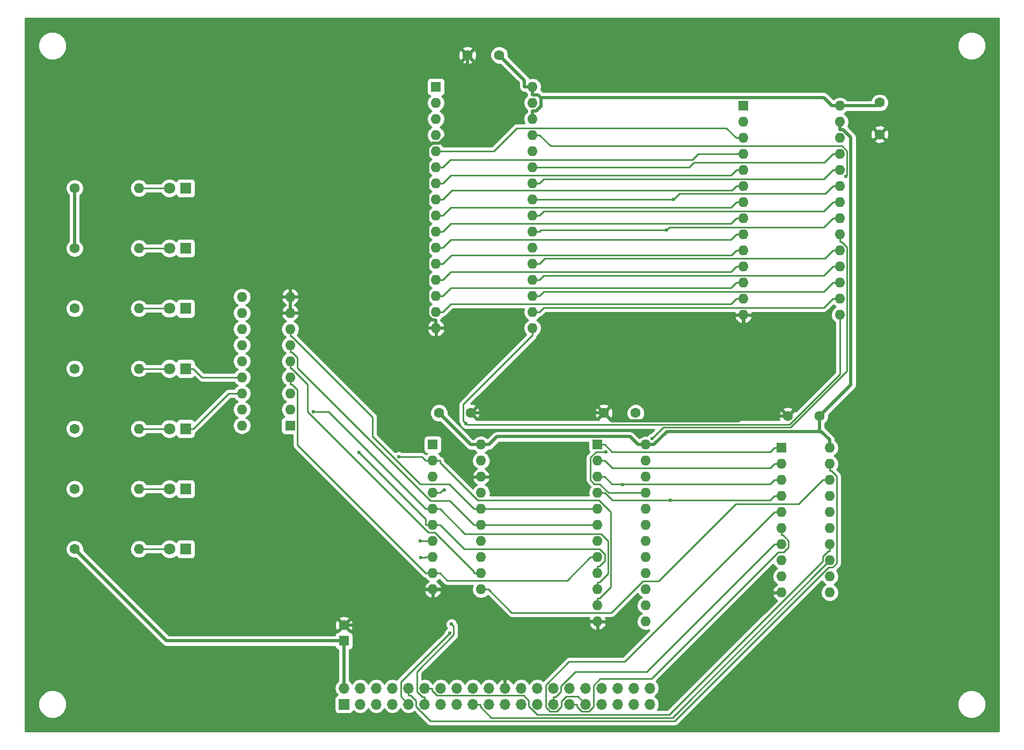
<source format=gtl>
G04 #@! TF.FileFunction,Copper,L1,Top,Signal*
%FSLAX46Y46*%
G04 Gerber Fmt 4.6, Leading zero omitted, Abs format (unit mm)*
G04 Created by KiCad (PCBNEW 4.0.7) date 10/16/19 21:59:32*
%MOMM*%
%LPD*%
G01*
G04 APERTURE LIST*
%ADD10C,0.100000*%
%ADD11R,1.600000X1.600000*%
%ADD12O,1.600000X1.600000*%
%ADD13C,1.600000*%
%ADD14R,1.800000X1.800000*%
%ADD15C,1.800000*%
%ADD16R,1.700000X1.700000*%
%ADD17O,1.700000X1.700000*%
%ADD18C,1.524000*%
%ADD19C,0.600000*%
%ADD20C,0.500000*%
%ADD21C,0.250000*%
%ADD22C,0.254000*%
G04 APERTURE END LIST*
D10*
D11*
X92500000Y-95000000D03*
D12*
X84880000Y-74680000D03*
X92500000Y-92460000D03*
X84880000Y-77220000D03*
X92500000Y-89920000D03*
X84880000Y-79760000D03*
X92500000Y-87380000D03*
X84880000Y-82300000D03*
X92500000Y-84840000D03*
X84880000Y-84840000D03*
X92500000Y-82300000D03*
X84880000Y-87380000D03*
X92500000Y-79760000D03*
X84880000Y-89920000D03*
X92500000Y-77220000D03*
X84880000Y-92460000D03*
X92500000Y-74680000D03*
X84880000Y-95000000D03*
D11*
X115500000Y-41500000D03*
D12*
X130740000Y-79600000D03*
X115500000Y-44040000D03*
X130740000Y-77060000D03*
X115500000Y-46580000D03*
X130740000Y-74520000D03*
X115500000Y-49120000D03*
X130740000Y-71980000D03*
X115500000Y-51660000D03*
X130740000Y-69440000D03*
X115500000Y-54200000D03*
X130740000Y-66900000D03*
X115500000Y-56740000D03*
X130740000Y-64360000D03*
X115500000Y-59280000D03*
X130740000Y-61820000D03*
X115500000Y-61820000D03*
X130740000Y-59280000D03*
X115500000Y-64360000D03*
X130740000Y-56740000D03*
X115500000Y-66900000D03*
X130740000Y-54200000D03*
X115500000Y-69440000D03*
X130740000Y-51660000D03*
X115500000Y-71980000D03*
X130740000Y-49120000D03*
X115500000Y-74520000D03*
X130740000Y-46580000D03*
X115500000Y-77060000D03*
X130740000Y-44040000D03*
X115500000Y-79600000D03*
X130740000Y-41500000D03*
D13*
X116000000Y-93000000D03*
X121000000Y-93000000D03*
X176000000Y-93500000D03*
X171000000Y-93500000D03*
X147000000Y-93000000D03*
X142000000Y-93000000D03*
X125500000Y-36500000D03*
X120500000Y-36500000D03*
X185500000Y-44000000D03*
X185500000Y-49000000D03*
D11*
X101000000Y-129000000D03*
D13*
X101000000Y-126500000D03*
D14*
X76000000Y-114500000D03*
D15*
X73460000Y-114500000D03*
D14*
X76000000Y-105000000D03*
D15*
X73460000Y-105000000D03*
D14*
X76000000Y-95500000D03*
D15*
X73460000Y-95500000D03*
D14*
X76000000Y-86000000D03*
D15*
X73460000Y-86000000D03*
D14*
X76000000Y-76500000D03*
D15*
X73460000Y-76500000D03*
D14*
X76000000Y-67000000D03*
D15*
X73460000Y-67000000D03*
D14*
X76000000Y-57500000D03*
D15*
X73460000Y-57500000D03*
D16*
X101000000Y-139000000D03*
D17*
X101000000Y-136460000D03*
X103540000Y-139000000D03*
X103540000Y-136460000D03*
X106080000Y-139000000D03*
X106080000Y-136460000D03*
X108620000Y-139000000D03*
X108620000Y-136460000D03*
X111160000Y-139000000D03*
X111160000Y-136460000D03*
X113700000Y-139000000D03*
X113700000Y-136460000D03*
X116240000Y-139000000D03*
X116240000Y-136460000D03*
X118780000Y-139000000D03*
X118780000Y-136460000D03*
X121320000Y-139000000D03*
X121320000Y-136460000D03*
X123860000Y-139000000D03*
X123860000Y-136460000D03*
X126400000Y-139000000D03*
X126400000Y-136460000D03*
X128940000Y-139000000D03*
X128940000Y-136460000D03*
X131480000Y-139000000D03*
X131480000Y-136460000D03*
X134020000Y-139000000D03*
X134020000Y-136460000D03*
X136560000Y-139000000D03*
X136560000Y-136460000D03*
X139100000Y-139000000D03*
X139100000Y-136460000D03*
X141640000Y-139000000D03*
X141640000Y-136460000D03*
X144180000Y-139000000D03*
X144180000Y-136460000D03*
X146720000Y-139000000D03*
X146720000Y-136460000D03*
X149260000Y-139000000D03*
X149260000Y-136460000D03*
D13*
X58500000Y-114500000D03*
D12*
X68660000Y-114500000D03*
D13*
X58500000Y-105000000D03*
D12*
X68660000Y-105000000D03*
D13*
X58500000Y-95500000D03*
D12*
X68660000Y-95500000D03*
D13*
X58500000Y-86000000D03*
D12*
X68660000Y-86000000D03*
D13*
X58500000Y-76500000D03*
D12*
X68660000Y-76500000D03*
D13*
X58500000Y-67000000D03*
D12*
X68660000Y-67000000D03*
D13*
X58500000Y-57500000D03*
D12*
X68660000Y-57500000D03*
D11*
X115000000Y-98000000D03*
D12*
X122620000Y-120860000D03*
X115000000Y-100540000D03*
X122620000Y-118320000D03*
X115000000Y-103080000D03*
X122620000Y-115780000D03*
X115000000Y-105620000D03*
X122620000Y-113240000D03*
X115000000Y-108160000D03*
X122620000Y-110700000D03*
X115000000Y-110700000D03*
X122620000Y-108160000D03*
X115000000Y-113240000D03*
X122620000Y-105620000D03*
X115000000Y-115780000D03*
X122620000Y-103080000D03*
X115000000Y-118320000D03*
X122620000Y-100540000D03*
X115000000Y-120860000D03*
X122620000Y-98000000D03*
D11*
X170000000Y-98500000D03*
D12*
X177620000Y-121360000D03*
X170000000Y-101040000D03*
X177620000Y-118820000D03*
X170000000Y-103580000D03*
X177620000Y-116280000D03*
X170000000Y-106120000D03*
X177620000Y-113740000D03*
X170000000Y-108660000D03*
X177620000Y-111200000D03*
X170000000Y-111200000D03*
X177620000Y-108660000D03*
X170000000Y-113740000D03*
X177620000Y-106120000D03*
X170000000Y-116280000D03*
X177620000Y-103580000D03*
X170000000Y-118820000D03*
X177620000Y-101040000D03*
X170000000Y-121360000D03*
X177620000Y-98500000D03*
D11*
X141000000Y-98000000D03*
D12*
X148620000Y-125940000D03*
X141000000Y-100540000D03*
X148620000Y-123400000D03*
X141000000Y-103080000D03*
X148620000Y-120860000D03*
X141000000Y-105620000D03*
X148620000Y-118320000D03*
X141000000Y-108160000D03*
X148620000Y-115780000D03*
X141000000Y-110700000D03*
X148620000Y-113240000D03*
X141000000Y-113240000D03*
X148620000Y-110700000D03*
X141000000Y-115780000D03*
X148620000Y-108160000D03*
X141000000Y-118320000D03*
X148620000Y-105620000D03*
X141000000Y-120860000D03*
X148620000Y-103080000D03*
X141000000Y-123400000D03*
X148620000Y-100540000D03*
X141000000Y-125940000D03*
X148620000Y-98000000D03*
D11*
X164000000Y-44500000D03*
D12*
X179240000Y-77520000D03*
X164000000Y-47040000D03*
X179240000Y-74980000D03*
X164000000Y-49580000D03*
X179240000Y-72440000D03*
X164000000Y-52120000D03*
X179240000Y-69900000D03*
X164000000Y-54660000D03*
X179240000Y-67360000D03*
X164000000Y-57200000D03*
X179240000Y-64820000D03*
X164000000Y-59740000D03*
X179240000Y-62280000D03*
X164000000Y-62280000D03*
X179240000Y-59740000D03*
X164000000Y-64820000D03*
X179240000Y-57200000D03*
X164000000Y-67360000D03*
X179240000Y-54660000D03*
X164000000Y-69900000D03*
X179240000Y-52120000D03*
X164000000Y-72440000D03*
X179240000Y-49580000D03*
X164000000Y-74980000D03*
X179240000Y-47040000D03*
X164000000Y-77520000D03*
X179240000Y-44500000D03*
D18*
X59000000Y-44270000D03*
X197000000Y-44270000D03*
X59000000Y-132270000D03*
X197000000Y-132270000D03*
X131500000Y-129770000D03*
X171500000Y-83770000D03*
X120500000Y-78770000D03*
X89000000Y-82770000D03*
X148000000Y-83770000D03*
D19*
X116874000Y-105193400D03*
X112994700Y-113240000D03*
X113150500Y-115832100D03*
X120242000Y-94661300D03*
X117693600Y-127800400D03*
X117971800Y-126368600D03*
X151854800Y-64144100D03*
X144968300Y-104331100D03*
X152954400Y-59280000D03*
X152521900Y-106793600D03*
X109626600Y-99915200D03*
X96186100Y-92831500D03*
X103398100Y-99287100D03*
X180197700Y-55679800D03*
X142352100Y-99125400D03*
X149615300Y-97040800D03*
D20*
X185000000Y-44500000D02*
X185500000Y-44000000D01*
X179240000Y-44500000D02*
X185000000Y-44500000D01*
X179240000Y-44500000D02*
X177989700Y-44500000D01*
X58500000Y-57500000D02*
X58500000Y-67000000D01*
X101000000Y-136460000D02*
X101000000Y-135159700D01*
X73000000Y-129000000D02*
X101000000Y-129000000D01*
X58500000Y-114500000D02*
X73000000Y-129000000D01*
X101000000Y-129000000D02*
X101000000Y-135159700D01*
X129489700Y-40489700D02*
X125500000Y-36500000D01*
X129489700Y-41500000D02*
X129489700Y-40489700D01*
X130740000Y-41500000D02*
X129489700Y-41500000D01*
X176677200Y-43187500D02*
X132041700Y-43187500D01*
X177989700Y-44500000D02*
X176677200Y-43187500D01*
X131604500Y-42750300D02*
X132041700Y-43187500D01*
X130740000Y-42750300D02*
X131604500Y-42750300D01*
X131283900Y-45329700D02*
X130740000Y-45329700D01*
X132041700Y-44571900D02*
X131283900Y-45329700D01*
X132041700Y-43187500D02*
X132041700Y-44571900D01*
X130740000Y-46580000D02*
X130740000Y-45329700D01*
X130740000Y-41500000D02*
X130740000Y-42750300D01*
X177620000Y-98500000D02*
X177620000Y-97249700D01*
X180956900Y-88543100D02*
X176000000Y-93500000D01*
X180956900Y-49460200D02*
X180956900Y-88543100D01*
X179787000Y-48290300D02*
X180956900Y-49460200D01*
X179240000Y-48290300D02*
X179787000Y-48290300D01*
X179240000Y-47040000D02*
X179240000Y-48290300D01*
X121000000Y-98000000D02*
X116000000Y-93000000D01*
X122620000Y-98000000D02*
X121000000Y-98000000D01*
X176000000Y-95907300D02*
X176000000Y-93500000D01*
X176277600Y-95907300D02*
X176000000Y-95907300D01*
X177620000Y-97249700D02*
X176277600Y-95907300D01*
X151963000Y-95907300D02*
X176000000Y-95907300D01*
X149870300Y-98000000D02*
X151963000Y-95907300D01*
X148645500Y-98000000D02*
X149870300Y-98000000D01*
X148645500Y-98000000D02*
X148620000Y-98000000D01*
X125120700Y-96749600D02*
X123870300Y-98000000D01*
X146119300Y-96749600D02*
X125120700Y-96749600D01*
X147369700Y-98000000D02*
X146119300Y-96749600D01*
X148620000Y-98000000D02*
X147369700Y-98000000D01*
X122620000Y-98000000D02*
X123870300Y-98000000D01*
X108109700Y-126500000D02*
X101000000Y-126500000D01*
X113749700Y-120860000D02*
X108109700Y-126500000D01*
X114820600Y-120860000D02*
X113749700Y-120860000D01*
X164000000Y-93500000D02*
X171000000Y-93500000D01*
X163224300Y-94275700D02*
X164000000Y-93500000D01*
X143275700Y-94275700D02*
X163224300Y-94275700D01*
X142000000Y-93000000D02*
X143275700Y-94275700D01*
X164000000Y-93500000D02*
X164000000Y-77520000D01*
X114820600Y-120860000D02*
X115000000Y-120860000D01*
X115000000Y-120860000D02*
X116250300Y-120860000D01*
X131469700Y-125940000D02*
X126400000Y-131009700D01*
X141000000Y-125940000D02*
X131469700Y-125940000D01*
X116250300Y-120860000D02*
X126400000Y-131009700D01*
X126400000Y-131009700D02*
X126400000Y-136460000D01*
X121000000Y-93000000D02*
X142000000Y-93000000D01*
X92500000Y-77220000D02*
X93750300Y-77220000D01*
X114234000Y-77220000D02*
X93750300Y-77220000D01*
X114234000Y-77637700D02*
X114234000Y-77220000D01*
X114946000Y-78349700D02*
X114234000Y-77637700D01*
X115500000Y-78349700D02*
X114946000Y-78349700D01*
X120500000Y-45964400D02*
X120500000Y-36500000D01*
X116074400Y-50390000D02*
X120500000Y-45964400D01*
X114947500Y-50390000D02*
X116074400Y-50390000D01*
X114234000Y-51103500D02*
X114947500Y-50390000D01*
X114234000Y-77220000D02*
X114234000Y-51103500D01*
X115500000Y-79600000D02*
X115500000Y-78349700D01*
D21*
X68660000Y-114500000D02*
X73460000Y-114500000D01*
X68660000Y-105000000D02*
X73460000Y-105000000D01*
X82805300Y-89920000D02*
X77225300Y-95500000D01*
X84880000Y-89920000D02*
X82805300Y-89920000D01*
X76000000Y-95500000D02*
X77225300Y-95500000D01*
X68660000Y-95500000D02*
X73460000Y-95500000D01*
X78605300Y-87380000D02*
X77225300Y-86000000D01*
X84880000Y-87380000D02*
X78605300Y-87380000D01*
X76000000Y-86000000D02*
X77225300Y-86000000D01*
X68660000Y-86000000D02*
X73460000Y-86000000D01*
X68660000Y-76500000D02*
X73460000Y-76500000D01*
X68660000Y-67000000D02*
X73460000Y-67000000D01*
X68660000Y-57500000D02*
X73460000Y-57500000D01*
X162027300Y-70747400D02*
X162874700Y-69900000D01*
X117857900Y-70747400D02*
X162027300Y-70747400D01*
X116625300Y-71980000D02*
X117857900Y-70747400D01*
X115500000Y-71980000D02*
X116625300Y-71980000D01*
X164000000Y-69900000D02*
X162874700Y-69900000D01*
X162027300Y-73287400D02*
X162874700Y-72440000D01*
X117857900Y-73287400D02*
X162027300Y-73287400D01*
X116625300Y-74520000D02*
X117857900Y-73287400D01*
X115500000Y-74520000D02*
X116625300Y-74520000D01*
X164000000Y-72440000D02*
X162874700Y-72440000D01*
X116551900Y-105193400D02*
X116125300Y-105620000D01*
X116874000Y-105193400D02*
X116551900Y-105193400D01*
X115000000Y-105620000D02*
X116125300Y-105620000D01*
X115000000Y-113240000D02*
X113874700Y-113240000D01*
X113874700Y-113240000D02*
X112994700Y-113240000D01*
X162027300Y-75827400D02*
X162874700Y-74980000D01*
X117857900Y-75827400D02*
X162027300Y-75827400D01*
X116625300Y-77060000D02*
X117857900Y-75827400D01*
X115500000Y-77060000D02*
X116625300Y-77060000D01*
X164000000Y-74980000D02*
X162874700Y-74980000D01*
X130740000Y-79600000D02*
X130740000Y-80725300D01*
X179240000Y-77520000D02*
X179240000Y-78645300D01*
X113822600Y-115832100D02*
X113150500Y-115832100D01*
X113874700Y-115780000D02*
X113822600Y-115832100D01*
X115000000Y-115780000D02*
X113874700Y-115780000D01*
X120431800Y-94851100D02*
X120242000Y-94661300D01*
X171249900Y-94851100D02*
X120431800Y-94851100D01*
X179240000Y-86861000D02*
X171249900Y-94851100D01*
X179240000Y-78645300D02*
X179240000Y-86861000D01*
X119830800Y-91634500D02*
X130740000Y-80725300D01*
X119830800Y-94250100D02*
X119830800Y-91634500D01*
X120242000Y-94661300D02*
X119830800Y-94250100D01*
X176700000Y-76394700D02*
X178114700Y-74980000D01*
X132530600Y-76394700D02*
X176700000Y-76394700D01*
X131865300Y-77060000D02*
X132530600Y-76394700D01*
X130740000Y-77060000D02*
X131865300Y-77060000D01*
X179240000Y-74980000D02*
X178114700Y-74980000D01*
X109969400Y-135524600D02*
X117693600Y-127800400D01*
X109969400Y-137809400D02*
X109969400Y-135524600D01*
X111160000Y-139000000D02*
X109969400Y-137809400D01*
X111527400Y-137635300D02*
X111160000Y-137635300D01*
X112335300Y-138443200D02*
X111527400Y-137635300D01*
X112335300Y-139349600D02*
X112335300Y-138443200D01*
X114620000Y-141634300D02*
X112335300Y-139349600D01*
X153194300Y-141634300D02*
X114620000Y-141634300D01*
X177423200Y-117405400D02*
X153194300Y-141634300D01*
X178087900Y-117405400D02*
X177423200Y-117405400D01*
X178746000Y-116747300D02*
X178087900Y-117405400D01*
X178746000Y-103010000D02*
X178746000Y-116747300D01*
X177901300Y-102165300D02*
X178746000Y-103010000D01*
X177620000Y-102165300D02*
X177901300Y-102165300D01*
X177620000Y-101040000D02*
X177620000Y-102165300D01*
X111160000Y-136460000D02*
X111160000Y-137635300D01*
X176700100Y-73854600D02*
X178114700Y-72440000D01*
X132530700Y-73854600D02*
X176700100Y-73854600D01*
X131865300Y-74520000D02*
X132530700Y-73854600D01*
X130740000Y-74520000D02*
X131865300Y-74520000D01*
X179240000Y-72440000D02*
X178114700Y-72440000D01*
X113700000Y-139000000D02*
X113700000Y-137824700D01*
X118318900Y-126715700D02*
X117971800Y-126368600D01*
X118318900Y-128059500D02*
X118318900Y-126715700D01*
X112524700Y-133853700D02*
X118318900Y-128059500D01*
X112524700Y-137016800D02*
X112524700Y-133853700D01*
X113332600Y-137824700D02*
X112524700Y-137016800D01*
X113700000Y-137824700D02*
X113332600Y-137824700D01*
X114875300Y-136827400D02*
X114875300Y-136460000D01*
X115683200Y-137635300D02*
X114875300Y-136827400D01*
X129334400Y-137635300D02*
X115683200Y-137635300D01*
X130115400Y-138416300D02*
X129334400Y-137635300D01*
X130115400Y-139298900D02*
X130115400Y-138416300D01*
X131483200Y-140666700D02*
X130115400Y-139298900D01*
X152296200Y-140666700D02*
X131483200Y-140666700D01*
X176494700Y-116468200D02*
X152296200Y-140666700D01*
X176494700Y-115709200D02*
X176494700Y-116468200D01*
X177338600Y-114865300D02*
X176494700Y-115709200D01*
X177620000Y-114865300D02*
X177338600Y-114865300D01*
X177620000Y-113740000D02*
X177620000Y-114865300D01*
X113700000Y-136460000D02*
X114875300Y-136460000D01*
X176700100Y-71314600D02*
X178114700Y-69900000D01*
X132530700Y-71314600D02*
X176700100Y-71314600D01*
X131865300Y-71980000D02*
X132530700Y-71314600D01*
X130740000Y-71980000D02*
X131865300Y-71980000D01*
X179240000Y-69900000D02*
X178114700Y-69900000D01*
X176844600Y-68630100D02*
X178114700Y-67360000D01*
X132675200Y-68630100D02*
X176844600Y-68630100D01*
X131865300Y-69440000D02*
X132675200Y-68630100D01*
X130740000Y-69440000D02*
X131865300Y-69440000D01*
X179240000Y-67360000D02*
X178114700Y-67360000D01*
X162144000Y-68090700D02*
X162874700Y-67360000D01*
X117974600Y-68090700D02*
X162144000Y-68090700D01*
X116625300Y-69440000D02*
X117974600Y-68090700D01*
X115500000Y-69440000D02*
X116625300Y-69440000D01*
X164000000Y-67360000D02*
X162874700Y-67360000D01*
X122495300Y-139367300D02*
X122495300Y-139000000D01*
X124245100Y-141117100D02*
X122495300Y-139367300D01*
X152782900Y-141117100D02*
X124245100Y-141117100D01*
X177620000Y-116280000D02*
X152782900Y-141117100D01*
X121320000Y-139000000D02*
X122495300Y-139000000D01*
X162027300Y-65667400D02*
X162874700Y-64820000D01*
X117857900Y-65667400D02*
X162027300Y-65667400D01*
X116625300Y-66900000D02*
X117857900Y-65667400D01*
X115500000Y-66900000D02*
X116625300Y-66900000D01*
X164000000Y-64820000D02*
X162874700Y-64820000D01*
X162027300Y-63127400D02*
X162874700Y-62280000D01*
X117857900Y-63127400D02*
X162027300Y-63127400D01*
X116625300Y-64360000D02*
X117857900Y-63127400D01*
X115500000Y-64360000D02*
X116625300Y-64360000D01*
X164000000Y-62280000D02*
X162874700Y-62280000D01*
X162027300Y-60587400D02*
X162874700Y-59740000D01*
X117857900Y-60587400D02*
X162027300Y-60587400D01*
X116625300Y-61820000D02*
X117857900Y-60587400D01*
X115500000Y-61820000D02*
X116625300Y-61820000D01*
X164000000Y-59740000D02*
X162874700Y-59740000D01*
X162199800Y-57874900D02*
X162874700Y-57200000D01*
X118030400Y-57874900D02*
X162199800Y-57874900D01*
X116625300Y-59280000D02*
X118030400Y-57874900D01*
X115500000Y-59280000D02*
X116625300Y-59280000D01*
X164000000Y-57200000D02*
X162874700Y-57200000D01*
X162027300Y-55507400D02*
X162874700Y-54660000D01*
X117857900Y-55507400D02*
X162027300Y-55507400D01*
X116625300Y-56740000D02*
X117857900Y-55507400D01*
X115500000Y-56740000D02*
X116625300Y-56740000D01*
X164000000Y-54660000D02*
X162874700Y-54660000D01*
X134387400Y-137824700D02*
X134020000Y-137824700D01*
X135195300Y-137016800D02*
X134387400Y-137824700D01*
X135195300Y-136159800D02*
X135195300Y-137016800D01*
X137478200Y-133876900D02*
X135195300Y-136159800D01*
X148737800Y-133876900D02*
X137478200Y-133876900D01*
X168874700Y-113740000D02*
X148737800Y-133876900D01*
X170000000Y-113740000D02*
X168874700Y-113740000D01*
X134020000Y-139000000D02*
X134020000Y-137824700D01*
X115500000Y-54200000D02*
X116625300Y-54200000D01*
X164000000Y-52120000D02*
X162874700Y-52120000D01*
X156876200Y-52120000D02*
X162874700Y-52120000D01*
X155969500Y-53026700D02*
X156876200Y-52120000D01*
X117798600Y-53026700D02*
X155969500Y-53026700D01*
X116625300Y-54200000D02*
X117798600Y-53026700D01*
X170000000Y-111200000D02*
X170000000Y-112325300D01*
X136560000Y-139000000D02*
X137735300Y-139000000D01*
X170281300Y-112325300D02*
X170000000Y-112325300D01*
X171136000Y-113180000D02*
X170281300Y-112325300D01*
X171136000Y-114265600D02*
X171136000Y-113180000D01*
X170391600Y-115010000D02*
X171136000Y-114265600D01*
X169511400Y-115010000D02*
X170391600Y-115010000D01*
X149504600Y-135016800D02*
X169511400Y-115010000D01*
X141414800Y-135016800D02*
X149504600Y-135016800D01*
X140370000Y-136061600D02*
X141414800Y-135016800D01*
X140370000Y-139400000D02*
X140370000Y-136061600D01*
X139594700Y-140175300D02*
X140370000Y-139400000D01*
X138543200Y-140175300D02*
X139594700Y-140175300D01*
X137735300Y-139367400D02*
X138543200Y-140175300D01*
X137735300Y-139000000D02*
X137735300Y-139367400D01*
X161287600Y-47992900D02*
X162874700Y-49580000D01*
X128280700Y-47992900D02*
X161287600Y-47992900D01*
X124613600Y-51660000D02*
X128280700Y-47992900D01*
X115500000Y-51660000D02*
X124613600Y-51660000D01*
X164000000Y-49580000D02*
X162874700Y-49580000D01*
X170000000Y-108660000D02*
X168874700Y-108660000D01*
X137906800Y-137806800D02*
X139100000Y-139000000D01*
X136025000Y-137806800D02*
X137906800Y-137806800D01*
X135323400Y-138508400D02*
X136025000Y-137806800D01*
X135323400Y-139381200D02*
X135323400Y-138508400D01*
X134525800Y-140178800D02*
X135323400Y-139381200D01*
X133532900Y-140178800D02*
X134525800Y-140178800D01*
X132837000Y-139482900D02*
X133532900Y-140178800D01*
X132837000Y-135967400D02*
X132837000Y-139482900D01*
X136521500Y-132282900D02*
X132837000Y-135967400D01*
X145251800Y-132282900D02*
X136521500Y-132282900D01*
X168874700Y-108660000D02*
X145251800Y-132282900D01*
X130740000Y-54200000D02*
X131865300Y-54200000D01*
X179240000Y-52120000D02*
X178114700Y-52120000D01*
X176771500Y-53463200D02*
X178114700Y-52120000D01*
X156169900Y-53463200D02*
X176771500Y-53463200D01*
X155433100Y-54200000D02*
X156169900Y-53463200D01*
X131865300Y-54200000D02*
X155433100Y-54200000D01*
X141000000Y-98000000D02*
X142125300Y-98000000D01*
X170000000Y-98500000D02*
X168874700Y-98500000D01*
X143266400Y-99141100D02*
X142125300Y-98000000D01*
X168233600Y-99141100D02*
X143266400Y-99141100D01*
X168874700Y-98500000D02*
X168233600Y-99141100D01*
X176700100Y-56074600D02*
X178114700Y-54660000D01*
X132530700Y-56074600D02*
X176700100Y-56074600D01*
X131865300Y-56740000D02*
X132530700Y-56074600D01*
X130740000Y-56740000D02*
X131865300Y-56740000D01*
X179240000Y-54660000D02*
X178114700Y-54660000D01*
X168201100Y-101713600D02*
X168874700Y-101040000D01*
X143298900Y-101713600D02*
X168201100Y-101713600D01*
X142125300Y-100540000D02*
X143298900Y-101713600D01*
X141000000Y-100540000D02*
X142125300Y-100540000D01*
X170000000Y-101040000D02*
X168874700Y-101040000D01*
X130740000Y-64360000D02*
X131865300Y-64360000D01*
X179240000Y-62280000D02*
X178114700Y-62280000D01*
X132081200Y-64144100D02*
X151854800Y-64144100D01*
X131865300Y-64360000D02*
X132081200Y-64144100D01*
X176700100Y-63694600D02*
X178114700Y-62280000D01*
X152304300Y-63694600D02*
X176700100Y-63694600D01*
X151854800Y-64144100D02*
X152304300Y-63694600D01*
X141000000Y-103080000D02*
X142125300Y-103080000D01*
X170000000Y-103580000D02*
X168874700Y-103580000D01*
X144968300Y-104231300D02*
X144968300Y-104331100D01*
X168223400Y-104231300D02*
X144968300Y-104231300D01*
X168874700Y-103580000D02*
X168223400Y-104231300D01*
X143276600Y-104231300D02*
X142125300Y-103080000D01*
X144968300Y-104231300D02*
X143276600Y-104231300D01*
X130740000Y-59280000D02*
X131865300Y-59280000D01*
X179240000Y-57200000D02*
X178114700Y-57200000D01*
X131865300Y-59280000D02*
X152954400Y-59280000D01*
X153909100Y-58325300D02*
X152954400Y-59280000D01*
X176989400Y-58325300D02*
X153909100Y-58325300D01*
X178114700Y-57200000D02*
X176989400Y-58325300D01*
X141000000Y-105620000D02*
X142125300Y-105620000D01*
X170000000Y-106120000D02*
X168874700Y-106120000D01*
X143298900Y-106793600D02*
X152521900Y-106793600D01*
X142125300Y-105620000D02*
X143298900Y-106793600D01*
X168201100Y-106793600D02*
X168874700Y-106120000D01*
X152521900Y-106793600D02*
X168201100Y-106793600D01*
X127411100Y-124525800D02*
X123745300Y-120860000D01*
X143203700Y-124525800D02*
X127411100Y-124525800D01*
X148139500Y-119590000D02*
X143203700Y-124525800D01*
X150616700Y-119590000D02*
X148139500Y-119590000D01*
X162816700Y-107390000D02*
X150616700Y-119590000D01*
X172684700Y-107390000D02*
X162816700Y-107390000D01*
X176494700Y-103580000D02*
X172684700Y-107390000D01*
X177620000Y-103580000D02*
X176494700Y-103580000D01*
X122620000Y-120860000D02*
X123745300Y-120860000D01*
X115000000Y-100540000D02*
X113874700Y-100540000D01*
X141000000Y-123400000D02*
X141000000Y-122274700D01*
X115000000Y-100540000D02*
X116125300Y-100540000D01*
X116125300Y-100821300D02*
X116125300Y-100540000D01*
X122049400Y-106745400D02*
X116125300Y-100821300D01*
X141207900Y-106745400D02*
X122049400Y-106745400D01*
X143083500Y-108621000D02*
X141207900Y-106745400D01*
X143083500Y-120472500D02*
X143083500Y-108621000D01*
X141281300Y-122274700D02*
X143083500Y-120472500D01*
X141000000Y-122274700D02*
X141281300Y-122274700D01*
X113249900Y-99915200D02*
X109626600Y-99915200D01*
X113874700Y-100540000D02*
X113249900Y-99915200D01*
X92692800Y-85965300D02*
X92500000Y-85965300D01*
X95233800Y-88506300D02*
X92692800Y-85965300D01*
X95233800Y-92795800D02*
X95233800Y-88506300D01*
X114334100Y-111896100D02*
X95233800Y-92795800D01*
X115352100Y-111896100D02*
X114334100Y-111896100D01*
X121494700Y-118038700D02*
X115352100Y-111896100D01*
X121494700Y-118320000D02*
X121494700Y-118038700D01*
X122620000Y-118320000D02*
X121494700Y-118320000D01*
X92500000Y-84840000D02*
X92500000Y-85965300D01*
X98546200Y-92831500D02*
X96186100Y-92831500D01*
X113874700Y-108160000D02*
X98546200Y-92831500D01*
X115000000Y-108160000D02*
X113874700Y-108160000D01*
X120079900Y-112114600D02*
X116125300Y-108160000D01*
X141521800Y-112114600D02*
X120079900Y-112114600D01*
X142633100Y-113225900D02*
X141521800Y-112114600D01*
X142633100Y-118382900D02*
X142633100Y-113225900D01*
X141281300Y-119734700D02*
X142633100Y-118382900D01*
X141000000Y-119734700D02*
X141281300Y-119734700D01*
X141000000Y-120860000D02*
X141000000Y-119734700D01*
X115000000Y-108160000D02*
X116125300Y-108160000D01*
X141000000Y-110700000D02*
X122620000Y-110700000D01*
X92781400Y-83425300D02*
X92500000Y-83425300D01*
X93625300Y-84269200D02*
X92781400Y-83425300D01*
X93625300Y-85868100D02*
X93625300Y-84269200D01*
X114647200Y-106890000D02*
X93625300Y-85868100D01*
X117684700Y-106890000D02*
X114647200Y-106890000D01*
X121494700Y-110700000D02*
X117684700Y-106890000D01*
X122620000Y-110700000D02*
X121494700Y-110700000D01*
X92500000Y-82300000D02*
X92500000Y-83425300D01*
X115000000Y-110700000D02*
X113874700Y-110700000D01*
X119935300Y-114510000D02*
X116125300Y-110700000D01*
X141339800Y-114510000D02*
X119935300Y-114510000D01*
X142130000Y-115300200D02*
X141339800Y-114510000D01*
X142130000Y-116346000D02*
X142130000Y-115300200D01*
X141281300Y-117194700D02*
X142130000Y-116346000D01*
X141000000Y-117194700D02*
X141281300Y-117194700D01*
X141000000Y-118320000D02*
X141000000Y-117194700D01*
X115000000Y-110700000D02*
X116125300Y-110700000D01*
X113874700Y-109763700D02*
X113874700Y-110700000D01*
X103398100Y-99287100D02*
X113874700Y-109763700D01*
X141000000Y-108160000D02*
X122620000Y-108160000D01*
X92500000Y-79760000D02*
X92500000Y-80885300D01*
X122620000Y-108160000D02*
X121494700Y-108160000D01*
X92751800Y-80885300D02*
X92500000Y-80885300D01*
X105517400Y-93650900D02*
X92751800Y-80885300D01*
X105517400Y-96690600D02*
X105517400Y-93650900D01*
X113056500Y-104229700D02*
X105517400Y-96690600D01*
X117564400Y-104229700D02*
X113056500Y-104229700D01*
X121494700Y-108160000D02*
X117564400Y-104229700D01*
X117250600Y-119445300D02*
X116125300Y-118320000D01*
X136209400Y-119445300D02*
X117250600Y-119445300D01*
X139874700Y-115780000D02*
X136209400Y-119445300D01*
X141000000Y-115780000D02*
X139874700Y-115780000D01*
X115562700Y-118320000D02*
X116125300Y-118320000D01*
X115562700Y-118320000D02*
X115000000Y-118320000D01*
X92781400Y-88505300D02*
X92500000Y-88505300D01*
X93625300Y-89349200D02*
X92781400Y-88505300D01*
X93625300Y-98070600D02*
X93625300Y-89349200D01*
X113874700Y-118320000D02*
X93625300Y-98070600D01*
X115000000Y-118320000D02*
X113874700Y-118320000D01*
X92500000Y-87380000D02*
X92500000Y-88505300D01*
X176700100Y-61154600D02*
X178114700Y-59740000D01*
X132530700Y-61154600D02*
X176700100Y-61154600D01*
X131865300Y-61820000D02*
X132530700Y-61154600D01*
X130740000Y-61820000D02*
X131865300Y-61820000D01*
X179240000Y-59740000D02*
X178114700Y-59740000D01*
X180365400Y-55512100D02*
X180197700Y-55679800D01*
X180365400Y-51651300D02*
X180365400Y-55512100D01*
X179564100Y-50850000D02*
X180365400Y-51651300D01*
X133595300Y-50850000D02*
X179564100Y-50850000D01*
X131865300Y-49120000D02*
X133595300Y-50850000D01*
X130740000Y-49120000D02*
X131865300Y-49120000D01*
X142762200Y-105620000D02*
X148620000Y-105620000D01*
X141347600Y-104205400D02*
X142762200Y-105620000D01*
X140499900Y-104205400D02*
X141347600Y-104205400D01*
X139858300Y-103563800D02*
X140499900Y-104205400D01*
X139858300Y-100042100D02*
X139858300Y-103563800D01*
X140775000Y-99125400D02*
X139858300Y-100042100D01*
X142352100Y-99125400D02*
X140775000Y-99125400D01*
X179240000Y-64820000D02*
X179240000Y-65945300D01*
X151354600Y-95301500D02*
X149615300Y-97040800D01*
X171457500Y-95301500D02*
X151354600Y-95301500D01*
X180372500Y-86386500D02*
X171457500Y-95301500D01*
X180372500Y-66796500D02*
X180372500Y-86386500D01*
X179521300Y-65945300D02*
X180372500Y-66796500D01*
X179240000Y-65945300D02*
X179521300Y-65945300D01*
D22*
G36*
X204290000Y-143290000D02*
X50710000Y-143290000D01*
X50710000Y-139442619D01*
X52764613Y-139442619D01*
X53104155Y-140264372D01*
X53732321Y-140893636D01*
X54553481Y-141234611D01*
X55442619Y-141235387D01*
X56264372Y-140895845D01*
X56893636Y-140267679D01*
X57234611Y-139446519D01*
X57235387Y-138557381D01*
X56895845Y-137735628D01*
X56267679Y-137106364D01*
X55446519Y-136765389D01*
X54557381Y-136764613D01*
X53735628Y-137104155D01*
X53106364Y-137732321D01*
X52765389Y-138553481D01*
X52764613Y-139442619D01*
X50710000Y-139442619D01*
X50710000Y-114784187D01*
X57064752Y-114784187D01*
X57282757Y-115311800D01*
X57686077Y-115715824D01*
X58213309Y-115934750D01*
X58683580Y-115935160D01*
X72374208Y-129625787D01*
X72374210Y-129625790D01*
X72661325Y-129817633D01*
X72717516Y-129828810D01*
X73000000Y-129885001D01*
X73000005Y-129885000D01*
X99568554Y-129885000D01*
X99596838Y-130035317D01*
X99735910Y-130251441D01*
X99948110Y-130396431D01*
X100115000Y-130430227D01*
X100115000Y-135270568D01*
X99949946Y-135380853D01*
X99628039Y-135862622D01*
X99515000Y-136430907D01*
X99515000Y-136489093D01*
X99628039Y-137057378D01*
X99949946Y-137539147D01*
X99951179Y-137539971D01*
X99914683Y-137546838D01*
X99698559Y-137685910D01*
X99553569Y-137898110D01*
X99502560Y-138150000D01*
X99502560Y-139850000D01*
X99546838Y-140085317D01*
X99685910Y-140301441D01*
X99898110Y-140446431D01*
X100150000Y-140497440D01*
X101850000Y-140497440D01*
X102085317Y-140453162D01*
X102301441Y-140314090D01*
X102446431Y-140101890D01*
X102460086Y-140034459D01*
X102489946Y-140079147D01*
X102971715Y-140401054D01*
X103540000Y-140514093D01*
X104108285Y-140401054D01*
X104590054Y-140079147D01*
X104810000Y-139749974D01*
X105029946Y-140079147D01*
X105511715Y-140401054D01*
X106080000Y-140514093D01*
X106648285Y-140401054D01*
X107130054Y-140079147D01*
X107350000Y-139749974D01*
X107569946Y-140079147D01*
X108051715Y-140401054D01*
X108620000Y-140514093D01*
X109188285Y-140401054D01*
X109670054Y-140079147D01*
X109890000Y-139749974D01*
X110109946Y-140079147D01*
X110591715Y-140401054D01*
X111160000Y-140514093D01*
X111728285Y-140401054D01*
X112078168Y-140167270D01*
X114082599Y-142171701D01*
X114329161Y-142336448D01*
X114620000Y-142394300D01*
X153194300Y-142394300D01*
X153485139Y-142336448D01*
X153731701Y-142171701D01*
X156460783Y-139442619D01*
X197764613Y-139442619D01*
X198104155Y-140264372D01*
X198732321Y-140893636D01*
X199553481Y-141234611D01*
X200442619Y-141235387D01*
X201264372Y-140895845D01*
X201893636Y-140267679D01*
X202234611Y-139446519D01*
X202235387Y-138557381D01*
X201895845Y-137735628D01*
X201267679Y-137106364D01*
X200446519Y-136765389D01*
X199557381Y-136764613D01*
X198735628Y-137104155D01*
X198106364Y-137732321D01*
X197765389Y-138553481D01*
X197764613Y-139442619D01*
X156460783Y-139442619D01*
X176373518Y-119529884D01*
X176577189Y-119834698D01*
X176959275Y-120090000D01*
X176577189Y-120345302D01*
X176266120Y-120810849D01*
X176156887Y-121360000D01*
X176266120Y-121909151D01*
X176577189Y-122374698D01*
X177042736Y-122685767D01*
X177591887Y-122795000D01*
X177648113Y-122795000D01*
X178197264Y-122685767D01*
X178662811Y-122374698D01*
X178973880Y-121909151D01*
X179083113Y-121360000D01*
X178973880Y-120810849D01*
X178662811Y-120345302D01*
X178280725Y-120090000D01*
X178662811Y-119834698D01*
X178973880Y-119369151D01*
X179083113Y-118820000D01*
X178973880Y-118270849D01*
X178702861Y-117865241D01*
X179283401Y-117284701D01*
X179448148Y-117038139D01*
X179506000Y-116747300D01*
X179506000Y-103010000D01*
X179477644Y-102867448D01*
X179448148Y-102719160D01*
X179283401Y-102472599D01*
X178743997Y-101933195D01*
X178973880Y-101589151D01*
X179083113Y-101040000D01*
X178973880Y-100490849D01*
X178662811Y-100025302D01*
X178280725Y-99770000D01*
X178662811Y-99514698D01*
X178973880Y-99049151D01*
X179083113Y-98500000D01*
X178973880Y-97950849D01*
X178662811Y-97485302D01*
X178505000Y-97379856D01*
X178505000Y-97249705D01*
X178505001Y-97249700D01*
X178437633Y-96911025D01*
X178397820Y-96851441D01*
X178245790Y-96623910D01*
X178245787Y-96623908D01*
X176903390Y-95281510D01*
X176885000Y-95269222D01*
X176885000Y-94644171D01*
X177215824Y-94313923D01*
X177434750Y-93786691D01*
X177435160Y-93316420D01*
X181582687Y-89168892D01*
X181582690Y-89168890D01*
X181774533Y-88881775D01*
X181841901Y-88543100D01*
X181841900Y-88543095D01*
X181841900Y-50007745D01*
X184671861Y-50007745D01*
X184745995Y-50253864D01*
X185283223Y-50446965D01*
X185853454Y-50419778D01*
X186254005Y-50253864D01*
X186328139Y-50007745D01*
X185500000Y-49179605D01*
X184671861Y-50007745D01*
X181841900Y-50007745D01*
X181841900Y-49460200D01*
X181774533Y-49121525D01*
X181582690Y-48834410D01*
X181582687Y-48834408D01*
X181531503Y-48783223D01*
X184053035Y-48783223D01*
X184080222Y-49353454D01*
X184246136Y-49754005D01*
X184492255Y-49828139D01*
X185320395Y-49000000D01*
X185679605Y-49000000D01*
X186507745Y-49828139D01*
X186753864Y-49754005D01*
X186946965Y-49216777D01*
X186919778Y-48646546D01*
X186753864Y-48245995D01*
X186507745Y-48171861D01*
X185679605Y-49000000D01*
X185320395Y-49000000D01*
X184492255Y-48171861D01*
X184246136Y-48245995D01*
X184053035Y-48783223D01*
X181531503Y-48783223D01*
X180740535Y-47992255D01*
X184671861Y-47992255D01*
X185500000Y-48820395D01*
X186328139Y-47992255D01*
X186254005Y-47746136D01*
X185716777Y-47553035D01*
X185146546Y-47580222D01*
X184745995Y-47746136D01*
X184671861Y-47992255D01*
X180740535Y-47992255D01*
X180491161Y-47742881D01*
X180593880Y-47589151D01*
X180703113Y-47040000D01*
X180593880Y-46490849D01*
X180282811Y-46025302D01*
X179900725Y-45770000D01*
X180282811Y-45514698D01*
X180369473Y-45385000D01*
X184999995Y-45385000D01*
X185000000Y-45385001D01*
X185063217Y-45372426D01*
X185213309Y-45434750D01*
X185784187Y-45435248D01*
X186311800Y-45217243D01*
X186715824Y-44813923D01*
X186934750Y-44286691D01*
X186935248Y-43715813D01*
X186717243Y-43188200D01*
X186313923Y-42784176D01*
X185786691Y-42565250D01*
X185215813Y-42564752D01*
X184688200Y-42782757D01*
X184284176Y-43186077D01*
X184106071Y-43615000D01*
X180369473Y-43615000D01*
X180282811Y-43485302D01*
X179817264Y-43174233D01*
X179268113Y-43065000D01*
X179211887Y-43065000D01*
X178662736Y-43174233D01*
X178214808Y-43473529D01*
X177302990Y-42561710D01*
X177232631Y-42514698D01*
X177015875Y-42369867D01*
X176959684Y-42358690D01*
X176677200Y-42302499D01*
X176677195Y-42302500D01*
X132408280Y-42302500D01*
X132230290Y-42124510D01*
X132096652Y-42035216D01*
X132203113Y-41500000D01*
X132093880Y-40950849D01*
X131782811Y-40485302D01*
X131317264Y-40174233D01*
X130768113Y-40065000D01*
X130711887Y-40065000D01*
X130304057Y-40146122D01*
X130115490Y-39863910D01*
X130115487Y-39863908D01*
X126934840Y-36683260D01*
X126935248Y-36215813D01*
X126717243Y-35688200D01*
X126472090Y-35442619D01*
X197764613Y-35442619D01*
X198104155Y-36264372D01*
X198732321Y-36893636D01*
X199553481Y-37234611D01*
X200442619Y-37235387D01*
X201264372Y-36895845D01*
X201893636Y-36267679D01*
X202234611Y-35446519D01*
X202235387Y-34557381D01*
X201895845Y-33735628D01*
X201267679Y-33106364D01*
X200446519Y-32765389D01*
X199557381Y-32764613D01*
X198735628Y-33104155D01*
X198106364Y-33732321D01*
X197765389Y-34553481D01*
X197764613Y-35442619D01*
X126472090Y-35442619D01*
X126313923Y-35284176D01*
X125786691Y-35065250D01*
X125215813Y-35064752D01*
X124688200Y-35282757D01*
X124284176Y-35686077D01*
X124065250Y-36213309D01*
X124064752Y-36784187D01*
X124282757Y-37311800D01*
X124686077Y-37715824D01*
X125213309Y-37934750D01*
X125683580Y-37935160D01*
X128604700Y-40856279D01*
X128604700Y-41500000D01*
X128672067Y-41838675D01*
X128863910Y-42125790D01*
X129151025Y-42317633D01*
X129489700Y-42385000D01*
X129610527Y-42385000D01*
X129697189Y-42514698D01*
X129855000Y-42620144D01*
X129855000Y-42750300D01*
X129884770Y-42899964D01*
X129697189Y-43025302D01*
X129386120Y-43490849D01*
X129276887Y-44040000D01*
X129386120Y-44589151D01*
X129697189Y-45054698D01*
X129884770Y-45180036D01*
X129855000Y-45329700D01*
X129855000Y-45459856D01*
X129697189Y-45565302D01*
X129386120Y-46030849D01*
X129276887Y-46580000D01*
X129386120Y-47129151D01*
X129455443Y-47232900D01*
X128280700Y-47232900D01*
X127989861Y-47290752D01*
X127743299Y-47455499D01*
X124298798Y-50900000D01*
X116712995Y-50900000D01*
X116542811Y-50645302D01*
X116160725Y-50390000D01*
X116542811Y-50134698D01*
X116853880Y-49669151D01*
X116963113Y-49120000D01*
X116853880Y-48570849D01*
X116542811Y-48105302D01*
X116160725Y-47850000D01*
X116542811Y-47594698D01*
X116853880Y-47129151D01*
X116963113Y-46580000D01*
X116853880Y-46030849D01*
X116542811Y-45565302D01*
X116160725Y-45310000D01*
X116542811Y-45054698D01*
X116853880Y-44589151D01*
X116963113Y-44040000D01*
X116853880Y-43490849D01*
X116542811Y-43025302D01*
X116398535Y-42928899D01*
X116535317Y-42903162D01*
X116751441Y-42764090D01*
X116896431Y-42551890D01*
X116947440Y-42300000D01*
X116947440Y-40700000D01*
X116903162Y-40464683D01*
X116764090Y-40248559D01*
X116551890Y-40103569D01*
X116300000Y-40052560D01*
X114700000Y-40052560D01*
X114464683Y-40096838D01*
X114248559Y-40235910D01*
X114103569Y-40448110D01*
X114052560Y-40700000D01*
X114052560Y-42300000D01*
X114096838Y-42535317D01*
X114235910Y-42751441D01*
X114448110Y-42896431D01*
X114603089Y-42927815D01*
X114457189Y-43025302D01*
X114146120Y-43490849D01*
X114036887Y-44040000D01*
X114146120Y-44589151D01*
X114457189Y-45054698D01*
X114839275Y-45310000D01*
X114457189Y-45565302D01*
X114146120Y-46030849D01*
X114036887Y-46580000D01*
X114146120Y-47129151D01*
X114457189Y-47594698D01*
X114839275Y-47850000D01*
X114457189Y-48105302D01*
X114146120Y-48570849D01*
X114036887Y-49120000D01*
X114146120Y-49669151D01*
X114457189Y-50134698D01*
X114839275Y-50390000D01*
X114457189Y-50645302D01*
X114146120Y-51110849D01*
X114036887Y-51660000D01*
X114146120Y-52209151D01*
X114457189Y-52674698D01*
X114839275Y-52930000D01*
X114457189Y-53185302D01*
X114146120Y-53650849D01*
X114036887Y-54200000D01*
X114146120Y-54749151D01*
X114457189Y-55214698D01*
X114839275Y-55470000D01*
X114457189Y-55725302D01*
X114146120Y-56190849D01*
X114036887Y-56740000D01*
X114146120Y-57289151D01*
X114457189Y-57754698D01*
X114839275Y-58010000D01*
X114457189Y-58265302D01*
X114146120Y-58730849D01*
X114036887Y-59280000D01*
X114146120Y-59829151D01*
X114457189Y-60294698D01*
X114839275Y-60550000D01*
X114457189Y-60805302D01*
X114146120Y-61270849D01*
X114036887Y-61820000D01*
X114146120Y-62369151D01*
X114457189Y-62834698D01*
X114839275Y-63090000D01*
X114457189Y-63345302D01*
X114146120Y-63810849D01*
X114036887Y-64360000D01*
X114146120Y-64909151D01*
X114457189Y-65374698D01*
X114839275Y-65630000D01*
X114457189Y-65885302D01*
X114146120Y-66350849D01*
X114036887Y-66900000D01*
X114146120Y-67449151D01*
X114457189Y-67914698D01*
X114839275Y-68170000D01*
X114457189Y-68425302D01*
X114146120Y-68890849D01*
X114036887Y-69440000D01*
X114146120Y-69989151D01*
X114457189Y-70454698D01*
X114839275Y-70710000D01*
X114457189Y-70965302D01*
X114146120Y-71430849D01*
X114036887Y-71980000D01*
X114146120Y-72529151D01*
X114457189Y-72994698D01*
X114839275Y-73250000D01*
X114457189Y-73505302D01*
X114146120Y-73970849D01*
X114036887Y-74520000D01*
X114146120Y-75069151D01*
X114457189Y-75534698D01*
X114839275Y-75790000D01*
X114457189Y-76045302D01*
X114146120Y-76510849D01*
X114036887Y-77060000D01*
X114146120Y-77609151D01*
X114457189Y-78074698D01*
X114861703Y-78344986D01*
X114644866Y-78447611D01*
X114268959Y-78862577D01*
X114108096Y-79250961D01*
X114230085Y-79473000D01*
X115373000Y-79473000D01*
X115373000Y-79453000D01*
X115627000Y-79453000D01*
X115627000Y-79473000D01*
X116769915Y-79473000D01*
X116891904Y-79250961D01*
X116731041Y-78862577D01*
X116355134Y-78447611D01*
X116138297Y-78344986D01*
X116542811Y-78074698D01*
X116726437Y-77799882D01*
X116916139Y-77762148D01*
X117162701Y-77597401D01*
X118172702Y-76587400D01*
X129370893Y-76587400D01*
X129276887Y-77060000D01*
X129386120Y-77609151D01*
X129697189Y-78074698D01*
X130079275Y-78330000D01*
X129697189Y-78585302D01*
X129386120Y-79050849D01*
X129276887Y-79600000D01*
X129386120Y-80149151D01*
X129697189Y-80614698D01*
X129744313Y-80646185D01*
X119293399Y-91097099D01*
X119128652Y-91343661D01*
X119070800Y-91634500D01*
X119070800Y-94250100D01*
X119128652Y-94540939D01*
X119293399Y-94787501D01*
X119306878Y-94800980D01*
X119306838Y-94846467D01*
X119448883Y-95190243D01*
X119711673Y-95453492D01*
X120055201Y-95596138D01*
X120357907Y-95596402D01*
X120431800Y-95611100D01*
X149970198Y-95611100D01*
X149475620Y-96105678D01*
X149430133Y-96105638D01*
X149086357Y-96247683D01*
X148823108Y-96510473D01*
X148788843Y-96592993D01*
X148648113Y-96565000D01*
X148591887Y-96565000D01*
X148042736Y-96674233D01*
X147594808Y-96973529D01*
X146745090Y-96123810D01*
X146718378Y-96105962D01*
X146457975Y-95931967D01*
X146401784Y-95920790D01*
X146119300Y-95864599D01*
X146119295Y-95864600D01*
X125120705Y-95864600D01*
X125120700Y-95864599D01*
X124838216Y-95920790D01*
X124782025Y-95931967D01*
X124494910Y-96123810D01*
X124494908Y-96123813D01*
X123645191Y-96973529D01*
X123197264Y-96674233D01*
X122648113Y-96565000D01*
X122591887Y-96565000D01*
X122042736Y-96674233D01*
X121577189Y-96985302D01*
X121490527Y-97115000D01*
X121366579Y-97115000D01*
X117434840Y-93183260D01*
X117435248Y-92715813D01*
X117217243Y-92188200D01*
X116813923Y-91784176D01*
X116286691Y-91565250D01*
X115715813Y-91564752D01*
X115188200Y-91782757D01*
X114784176Y-92186077D01*
X114565250Y-92713309D01*
X114564752Y-93284187D01*
X114782757Y-93811800D01*
X115186077Y-94215824D01*
X115713309Y-94434750D01*
X116183580Y-94435160D01*
X120374208Y-98625787D01*
X120374210Y-98625790D01*
X120661325Y-98817633D01*
X120717516Y-98828810D01*
X121000000Y-98885001D01*
X121000005Y-98885000D01*
X121490527Y-98885000D01*
X121577189Y-99014698D01*
X121959275Y-99270000D01*
X121577189Y-99525302D01*
X121266120Y-99990849D01*
X121156887Y-100540000D01*
X121266120Y-101089151D01*
X121577189Y-101554698D01*
X121981703Y-101824986D01*
X121764866Y-101927611D01*
X121388959Y-102342577D01*
X121228096Y-102730961D01*
X121350085Y-102953000D01*
X122493000Y-102953000D01*
X122493000Y-102933000D01*
X122747000Y-102933000D01*
X122747000Y-102953000D01*
X123889915Y-102953000D01*
X124011904Y-102730961D01*
X123851041Y-102342577D01*
X123475134Y-101927611D01*
X123258297Y-101824986D01*
X123662811Y-101554698D01*
X123973880Y-101089151D01*
X124083113Y-100540000D01*
X123973880Y-99990849D01*
X123662811Y-99525302D01*
X123280725Y-99270000D01*
X123662811Y-99014698D01*
X123749473Y-98885000D01*
X123870295Y-98885000D01*
X123870300Y-98885001D01*
X124152784Y-98828810D01*
X124208975Y-98817633D01*
X124496090Y-98625790D01*
X125487279Y-97634600D01*
X139552560Y-97634600D01*
X139552560Y-98800000D01*
X139596838Y-99035317D01*
X139672578Y-99153020D01*
X139320899Y-99504699D01*
X139156152Y-99751261D01*
X139098300Y-100042100D01*
X139098300Y-103563800D01*
X139156152Y-103854639D01*
X139320899Y-104101201D01*
X139904241Y-104684543D01*
X139646120Y-105070849D01*
X139536887Y-105620000D01*
X139609570Y-105985400D01*
X124010430Y-105985400D01*
X124083113Y-105620000D01*
X123973880Y-105070849D01*
X123662811Y-104605302D01*
X123258297Y-104335014D01*
X123475134Y-104232389D01*
X123851041Y-103817423D01*
X124011904Y-103429039D01*
X123889915Y-103207000D01*
X122747000Y-103207000D01*
X122747000Y-103227000D01*
X122493000Y-103227000D01*
X122493000Y-103207000D01*
X121350085Y-103207000D01*
X121228096Y-103429039D01*
X121388959Y-103817423D01*
X121764866Y-104232389D01*
X121981703Y-104335014D01*
X121577189Y-104605302D01*
X121339632Y-104960830D01*
X116876981Y-100498179D01*
X116827448Y-100249161D01*
X116662701Y-100002599D01*
X116416139Y-99837852D01*
X116226437Y-99800118D01*
X116042811Y-99525302D01*
X115898535Y-99428899D01*
X116035317Y-99403162D01*
X116251441Y-99264090D01*
X116396431Y-99051890D01*
X116447440Y-98800000D01*
X116447440Y-97200000D01*
X116403162Y-96964683D01*
X116264090Y-96748559D01*
X116051890Y-96603569D01*
X115800000Y-96552560D01*
X114200000Y-96552560D01*
X113964683Y-96596838D01*
X113748559Y-96735910D01*
X113603569Y-96948110D01*
X113552560Y-97200000D01*
X113552560Y-98800000D01*
X113596838Y-99035317D01*
X113735910Y-99251441D01*
X113948110Y-99396431D01*
X114103089Y-99427815D01*
X113957189Y-99525302D01*
X113948223Y-99538721D01*
X113787301Y-99377799D01*
X113540739Y-99213052D01*
X113249900Y-99155200D01*
X110189063Y-99155200D01*
X110156927Y-99123008D01*
X109813399Y-98980362D01*
X109441433Y-98980038D01*
X109097657Y-99122083D01*
X109060639Y-99159037D01*
X106277400Y-96375798D01*
X106277400Y-93650900D01*
X106219548Y-93360061D01*
X106054801Y-93113499D01*
X93612181Y-80670879D01*
X93853880Y-80309151D01*
X93925510Y-79949039D01*
X114108096Y-79949039D01*
X114268959Y-80337423D01*
X114644866Y-80752389D01*
X115150959Y-80991914D01*
X115373000Y-80870629D01*
X115373000Y-79727000D01*
X115627000Y-79727000D01*
X115627000Y-80870629D01*
X115849041Y-80991914D01*
X116355134Y-80752389D01*
X116731041Y-80337423D01*
X116891904Y-79949039D01*
X116769915Y-79727000D01*
X115627000Y-79727000D01*
X115373000Y-79727000D01*
X114230085Y-79727000D01*
X114108096Y-79949039D01*
X93925510Y-79949039D01*
X93963113Y-79760000D01*
X93853880Y-79210849D01*
X93542811Y-78745302D01*
X93138297Y-78475014D01*
X93355134Y-78372389D01*
X93731041Y-77957423D01*
X93891904Y-77569039D01*
X93769915Y-77347000D01*
X92627000Y-77347000D01*
X92627000Y-77367000D01*
X92373000Y-77367000D01*
X92373000Y-77347000D01*
X91230085Y-77347000D01*
X91108096Y-77569039D01*
X91268959Y-77957423D01*
X91644866Y-78372389D01*
X91861703Y-78475014D01*
X91457189Y-78745302D01*
X91146120Y-79210849D01*
X91036887Y-79760000D01*
X91146120Y-80309151D01*
X91457189Y-80774698D01*
X91757978Y-80975679D01*
X91777053Y-81071576D01*
X91457189Y-81285302D01*
X91146120Y-81750849D01*
X91036887Y-82300000D01*
X91146120Y-82849151D01*
X91457189Y-83314698D01*
X91757978Y-83515679D01*
X91777053Y-83611576D01*
X91457189Y-83825302D01*
X91146120Y-84290849D01*
X91036887Y-84840000D01*
X91146120Y-85389151D01*
X91457189Y-85854698D01*
X91757978Y-86055679D01*
X91777053Y-86151576D01*
X91457189Y-86365302D01*
X91146120Y-86830849D01*
X91036887Y-87380000D01*
X91146120Y-87929151D01*
X91457189Y-88394698D01*
X91757978Y-88595679D01*
X91777053Y-88691576D01*
X91457189Y-88905302D01*
X91146120Y-89370849D01*
X91036887Y-89920000D01*
X91146120Y-90469151D01*
X91457189Y-90934698D01*
X91839275Y-91190000D01*
X91457189Y-91445302D01*
X91146120Y-91910849D01*
X91036887Y-92460000D01*
X91146120Y-93009151D01*
X91457189Y-93474698D01*
X91601465Y-93571101D01*
X91464683Y-93596838D01*
X91248559Y-93735910D01*
X91103569Y-93948110D01*
X91052560Y-94200000D01*
X91052560Y-95800000D01*
X91096838Y-96035317D01*
X91235910Y-96251441D01*
X91448110Y-96396431D01*
X91700000Y-96447440D01*
X92865300Y-96447440D01*
X92865300Y-98070600D01*
X92923152Y-98361439D01*
X93087899Y-98608001D01*
X113337299Y-118857401D01*
X113583861Y-119022148D01*
X113773563Y-119059882D01*
X113957189Y-119334698D01*
X114361703Y-119604986D01*
X114144866Y-119707611D01*
X113768959Y-120122577D01*
X113608096Y-120510961D01*
X113730085Y-120733000D01*
X114873000Y-120733000D01*
X114873000Y-120713000D01*
X115127000Y-120713000D01*
X115127000Y-120733000D01*
X116269915Y-120733000D01*
X116391904Y-120510961D01*
X116231041Y-120122577D01*
X115855134Y-119707611D01*
X115638297Y-119604986D01*
X116042811Y-119334698D01*
X116051777Y-119321279D01*
X116713199Y-119982701D01*
X116959761Y-120147448D01*
X117250600Y-120205300D01*
X121336646Y-120205300D01*
X121266120Y-120310849D01*
X121156887Y-120860000D01*
X121266120Y-121409151D01*
X121577189Y-121874698D01*
X122042736Y-122185767D01*
X122591887Y-122295000D01*
X122648113Y-122295000D01*
X123197264Y-122185767D01*
X123662811Y-121874698D01*
X123671777Y-121861279D01*
X126873699Y-125063201D01*
X127120261Y-125227948D01*
X127411100Y-125285800D01*
X139734489Y-125285800D01*
X139608096Y-125590961D01*
X139730085Y-125813000D01*
X140873000Y-125813000D01*
X140873000Y-125793000D01*
X141127000Y-125793000D01*
X141127000Y-125813000D01*
X142269915Y-125813000D01*
X142391904Y-125590961D01*
X142265511Y-125285800D01*
X143203700Y-125285800D01*
X143494539Y-125227948D01*
X143741101Y-125063201D01*
X147317803Y-121486499D01*
X147577189Y-121874698D01*
X147959275Y-122130000D01*
X147577189Y-122385302D01*
X147266120Y-122850849D01*
X147156887Y-123400000D01*
X147266120Y-123949151D01*
X147577189Y-124414698D01*
X147959275Y-124670000D01*
X147577189Y-124925302D01*
X147266120Y-125390849D01*
X147156887Y-125940000D01*
X147266120Y-126489151D01*
X147577189Y-126954698D01*
X148042736Y-127265767D01*
X148591887Y-127375000D01*
X148648113Y-127375000D01*
X149193353Y-127266545D01*
X144936998Y-131522900D01*
X136521500Y-131522900D01*
X136230661Y-131580752D01*
X135984099Y-131745499D01*
X132421367Y-135308231D01*
X132048285Y-135058946D01*
X131480000Y-134945907D01*
X130911715Y-135058946D01*
X130429946Y-135380853D01*
X130210000Y-135710026D01*
X129990054Y-135380853D01*
X129508285Y-135058946D01*
X128940000Y-134945907D01*
X128371715Y-135058946D01*
X127889946Y-135380853D01*
X127662298Y-135721553D01*
X127595183Y-135578642D01*
X127166924Y-135188355D01*
X126756890Y-135018524D01*
X126527000Y-135139845D01*
X126527000Y-136333000D01*
X126547000Y-136333000D01*
X126547000Y-136587000D01*
X126527000Y-136587000D01*
X126527000Y-136607000D01*
X126273000Y-136607000D01*
X126273000Y-136587000D01*
X126253000Y-136587000D01*
X126253000Y-136333000D01*
X126273000Y-136333000D01*
X126273000Y-135139845D01*
X126043110Y-135018524D01*
X125633076Y-135188355D01*
X125204817Y-135578642D01*
X125137702Y-135721553D01*
X124910054Y-135380853D01*
X124428285Y-135058946D01*
X123860000Y-134945907D01*
X123291715Y-135058946D01*
X122809946Y-135380853D01*
X122590000Y-135710026D01*
X122370054Y-135380853D01*
X121888285Y-135058946D01*
X121320000Y-134945907D01*
X120751715Y-135058946D01*
X120269946Y-135380853D01*
X120050000Y-135710026D01*
X119830054Y-135380853D01*
X119348285Y-135058946D01*
X118780000Y-134945907D01*
X118211715Y-135058946D01*
X117729946Y-135380853D01*
X117510000Y-135710026D01*
X117290054Y-135380853D01*
X116808285Y-135058946D01*
X116240000Y-134945907D01*
X115671715Y-135058946D01*
X115189946Y-135380853D01*
X114970000Y-135710026D01*
X114750054Y-135380853D01*
X114268285Y-135058946D01*
X113700000Y-134945907D01*
X113284700Y-135028515D01*
X113284700Y-134168502D01*
X118856301Y-128596901D01*
X119021048Y-128350340D01*
X119078900Y-128059500D01*
X119078900Y-126715700D01*
X119021048Y-126424861D01*
X118930296Y-126289039D01*
X139608096Y-126289039D01*
X139768959Y-126677423D01*
X140144866Y-127092389D01*
X140650959Y-127331914D01*
X140873000Y-127210629D01*
X140873000Y-126067000D01*
X141127000Y-126067000D01*
X141127000Y-127210629D01*
X141349041Y-127331914D01*
X141855134Y-127092389D01*
X142231041Y-126677423D01*
X142391904Y-126289039D01*
X142269915Y-126067000D01*
X141127000Y-126067000D01*
X140873000Y-126067000D01*
X139730085Y-126067000D01*
X139608096Y-126289039D01*
X118930296Y-126289039D01*
X118906901Y-126254027D01*
X118906962Y-126183433D01*
X118764917Y-125839657D01*
X118502127Y-125576408D01*
X118158599Y-125433762D01*
X117786633Y-125433438D01*
X117442857Y-125575483D01*
X117179608Y-125838273D01*
X117036962Y-126181801D01*
X117036638Y-126553767D01*
X117178683Y-126897543D01*
X117252145Y-126971134D01*
X117164657Y-127007283D01*
X116901408Y-127270073D01*
X116758762Y-127613601D01*
X116758721Y-127660477D01*
X109431999Y-134987199D01*
X109323632Y-135149382D01*
X109188285Y-135058946D01*
X108620000Y-134945907D01*
X108051715Y-135058946D01*
X107569946Y-135380853D01*
X107350000Y-135710026D01*
X107130054Y-135380853D01*
X106648285Y-135058946D01*
X106080000Y-134945907D01*
X105511715Y-135058946D01*
X105029946Y-135380853D01*
X104810000Y-135710026D01*
X104590054Y-135380853D01*
X104108285Y-135058946D01*
X103540000Y-134945907D01*
X102971715Y-135058946D01*
X102489946Y-135380853D01*
X102270000Y-135710026D01*
X102050054Y-135380853D01*
X101885000Y-135270568D01*
X101885000Y-130431446D01*
X102035317Y-130403162D01*
X102251441Y-130264090D01*
X102396431Y-130051890D01*
X102447440Y-129800000D01*
X102447440Y-128200000D01*
X102403162Y-127964683D01*
X102264090Y-127748559D01*
X102051890Y-127603569D01*
X101813799Y-127555354D01*
X101828139Y-127507745D01*
X101000000Y-126679605D01*
X100171861Y-127507745D01*
X100186145Y-127555167D01*
X99964683Y-127596838D01*
X99748559Y-127735910D01*
X99603569Y-127948110D01*
X99569773Y-128115000D01*
X73366579Y-128115000D01*
X71534803Y-126283223D01*
X99553035Y-126283223D01*
X99580222Y-126853454D01*
X99746136Y-127254005D01*
X99992255Y-127328139D01*
X100820395Y-126500000D01*
X101179605Y-126500000D01*
X102007745Y-127328139D01*
X102253864Y-127254005D01*
X102446965Y-126716777D01*
X102419778Y-126146546D01*
X102253864Y-125745995D01*
X102007745Y-125671861D01*
X101179605Y-126500000D01*
X100820395Y-126500000D01*
X99992255Y-125671861D01*
X99746136Y-125745995D01*
X99553035Y-126283223D01*
X71534803Y-126283223D01*
X70743835Y-125492255D01*
X100171861Y-125492255D01*
X101000000Y-126320395D01*
X101828139Y-125492255D01*
X101754005Y-125246136D01*
X101216777Y-125053035D01*
X100646546Y-125080222D01*
X100245995Y-125246136D01*
X100171861Y-125492255D01*
X70743835Y-125492255D01*
X66460619Y-121209039D01*
X113608096Y-121209039D01*
X113768959Y-121597423D01*
X114144866Y-122012389D01*
X114650959Y-122251914D01*
X114873000Y-122130629D01*
X114873000Y-120987000D01*
X115127000Y-120987000D01*
X115127000Y-122130629D01*
X115349041Y-122251914D01*
X115855134Y-122012389D01*
X116231041Y-121597423D01*
X116391904Y-121209039D01*
X116269915Y-120987000D01*
X115127000Y-120987000D01*
X114873000Y-120987000D01*
X113730085Y-120987000D01*
X113608096Y-121209039D01*
X66460619Y-121209039D01*
X59934840Y-114683260D01*
X59934999Y-114500000D01*
X67196887Y-114500000D01*
X67306120Y-115049151D01*
X67617189Y-115514698D01*
X68082736Y-115825767D01*
X68631887Y-115935000D01*
X68688113Y-115935000D01*
X69237264Y-115825767D01*
X69702811Y-115514698D01*
X69872995Y-115260000D01*
X72113154Y-115260000D01*
X72157932Y-115368371D01*
X72589357Y-115800551D01*
X73153330Y-116034733D01*
X73763991Y-116035265D01*
X74328371Y-115802068D01*
X74496613Y-115634120D01*
X74496838Y-115635317D01*
X74635910Y-115851441D01*
X74848110Y-115996431D01*
X75100000Y-116047440D01*
X76900000Y-116047440D01*
X77135317Y-116003162D01*
X77351441Y-115864090D01*
X77496431Y-115651890D01*
X77547440Y-115400000D01*
X77547440Y-113600000D01*
X77503162Y-113364683D01*
X77364090Y-113148559D01*
X77151890Y-113003569D01*
X76900000Y-112952560D01*
X75100000Y-112952560D01*
X74864683Y-112996838D01*
X74648559Y-113135910D01*
X74503569Y-113348110D01*
X74499433Y-113368534D01*
X74330643Y-113199449D01*
X73766670Y-112965267D01*
X73156009Y-112964735D01*
X72591629Y-113197932D01*
X72159449Y-113629357D01*
X72113506Y-113740000D01*
X69872995Y-113740000D01*
X69702811Y-113485302D01*
X69237264Y-113174233D01*
X68688113Y-113065000D01*
X68631887Y-113065000D01*
X68082736Y-113174233D01*
X67617189Y-113485302D01*
X67306120Y-113950849D01*
X67196887Y-114500000D01*
X59934999Y-114500000D01*
X59935248Y-114215813D01*
X59717243Y-113688200D01*
X59313923Y-113284176D01*
X58786691Y-113065250D01*
X58215813Y-113064752D01*
X57688200Y-113282757D01*
X57284176Y-113686077D01*
X57065250Y-114213309D01*
X57064752Y-114784187D01*
X50710000Y-114784187D01*
X50710000Y-105284187D01*
X57064752Y-105284187D01*
X57282757Y-105811800D01*
X57686077Y-106215824D01*
X58213309Y-106434750D01*
X58784187Y-106435248D01*
X59311800Y-106217243D01*
X59715824Y-105813923D01*
X59934750Y-105286691D01*
X59935000Y-105000000D01*
X67196887Y-105000000D01*
X67306120Y-105549151D01*
X67617189Y-106014698D01*
X68082736Y-106325767D01*
X68631887Y-106435000D01*
X68688113Y-106435000D01*
X69237264Y-106325767D01*
X69702811Y-106014698D01*
X69872995Y-105760000D01*
X72113154Y-105760000D01*
X72157932Y-105868371D01*
X72589357Y-106300551D01*
X73153330Y-106534733D01*
X73763991Y-106535265D01*
X74328371Y-106302068D01*
X74496613Y-106134120D01*
X74496838Y-106135317D01*
X74635910Y-106351441D01*
X74848110Y-106496431D01*
X75100000Y-106547440D01*
X76900000Y-106547440D01*
X77135317Y-106503162D01*
X77351441Y-106364090D01*
X77496431Y-106151890D01*
X77547440Y-105900000D01*
X77547440Y-104100000D01*
X77503162Y-103864683D01*
X77364090Y-103648559D01*
X77151890Y-103503569D01*
X76900000Y-103452560D01*
X75100000Y-103452560D01*
X74864683Y-103496838D01*
X74648559Y-103635910D01*
X74503569Y-103848110D01*
X74499433Y-103868534D01*
X74330643Y-103699449D01*
X73766670Y-103465267D01*
X73156009Y-103464735D01*
X72591629Y-103697932D01*
X72159449Y-104129357D01*
X72113506Y-104240000D01*
X69872995Y-104240000D01*
X69702811Y-103985302D01*
X69237264Y-103674233D01*
X68688113Y-103565000D01*
X68631887Y-103565000D01*
X68082736Y-103674233D01*
X67617189Y-103985302D01*
X67306120Y-104450849D01*
X67196887Y-105000000D01*
X59935000Y-105000000D01*
X59935248Y-104715813D01*
X59717243Y-104188200D01*
X59313923Y-103784176D01*
X58786691Y-103565250D01*
X58215813Y-103564752D01*
X57688200Y-103782757D01*
X57284176Y-104186077D01*
X57065250Y-104713309D01*
X57064752Y-105284187D01*
X50710000Y-105284187D01*
X50710000Y-95784187D01*
X57064752Y-95784187D01*
X57282757Y-96311800D01*
X57686077Y-96715824D01*
X58213309Y-96934750D01*
X58784187Y-96935248D01*
X59311800Y-96717243D01*
X59715824Y-96313923D01*
X59934750Y-95786691D01*
X59935248Y-95215813D01*
X59717243Y-94688200D01*
X59313923Y-94284176D01*
X58786691Y-94065250D01*
X58215813Y-94064752D01*
X57688200Y-94282757D01*
X57284176Y-94686077D01*
X57065250Y-95213309D01*
X57064752Y-95784187D01*
X50710000Y-95784187D01*
X50710000Y-86284187D01*
X57064752Y-86284187D01*
X57282757Y-86811800D01*
X57686077Y-87215824D01*
X58213309Y-87434750D01*
X58784187Y-87435248D01*
X59311800Y-87217243D01*
X59715824Y-86813923D01*
X59934750Y-86286691D01*
X59935000Y-86000000D01*
X67196887Y-86000000D01*
X67306120Y-86549151D01*
X67617189Y-87014698D01*
X68082736Y-87325767D01*
X68631887Y-87435000D01*
X68688113Y-87435000D01*
X69237264Y-87325767D01*
X69702811Y-87014698D01*
X69872995Y-86760000D01*
X72113154Y-86760000D01*
X72157932Y-86868371D01*
X72589357Y-87300551D01*
X73153330Y-87534733D01*
X73763991Y-87535265D01*
X74328371Y-87302068D01*
X74496613Y-87134120D01*
X74496838Y-87135317D01*
X74635910Y-87351441D01*
X74848110Y-87496431D01*
X75100000Y-87547440D01*
X76900000Y-87547440D01*
X77135317Y-87503162D01*
X77351441Y-87364090D01*
X77417665Y-87267167D01*
X78067899Y-87917401D01*
X78314461Y-88082148D01*
X78605300Y-88140000D01*
X83667005Y-88140000D01*
X83837189Y-88394698D01*
X84219275Y-88650000D01*
X83837189Y-88905302D01*
X83667005Y-89160000D01*
X82805300Y-89160000D01*
X82514461Y-89217852D01*
X82267899Y-89382599D01*
X77418063Y-94232435D01*
X77364090Y-94148559D01*
X77151890Y-94003569D01*
X76900000Y-93952560D01*
X75100000Y-93952560D01*
X74864683Y-93996838D01*
X74648559Y-94135910D01*
X74503569Y-94348110D01*
X74499433Y-94368534D01*
X74330643Y-94199449D01*
X73766670Y-93965267D01*
X73156009Y-93964735D01*
X72591629Y-94197932D01*
X72159449Y-94629357D01*
X72113506Y-94740000D01*
X69872995Y-94740000D01*
X69702811Y-94485302D01*
X69237264Y-94174233D01*
X68688113Y-94065000D01*
X68631887Y-94065000D01*
X68082736Y-94174233D01*
X67617189Y-94485302D01*
X67306120Y-94950849D01*
X67196887Y-95500000D01*
X67306120Y-96049151D01*
X67617189Y-96514698D01*
X68082736Y-96825767D01*
X68631887Y-96935000D01*
X68688113Y-96935000D01*
X69237264Y-96825767D01*
X69702811Y-96514698D01*
X69872995Y-96260000D01*
X72113154Y-96260000D01*
X72157932Y-96368371D01*
X72589357Y-96800551D01*
X73153330Y-97034733D01*
X73763991Y-97035265D01*
X74328371Y-96802068D01*
X74496613Y-96634120D01*
X74496838Y-96635317D01*
X74635910Y-96851441D01*
X74848110Y-96996431D01*
X75100000Y-97047440D01*
X76900000Y-97047440D01*
X77135317Y-97003162D01*
X77351441Y-96864090D01*
X77496431Y-96651890D01*
X77547440Y-96400000D01*
X77547440Y-96181233D01*
X77762701Y-96037401D01*
X83120102Y-90680000D01*
X83667005Y-90680000D01*
X83837189Y-90934698D01*
X84219275Y-91190000D01*
X83837189Y-91445302D01*
X83526120Y-91910849D01*
X83416887Y-92460000D01*
X83526120Y-93009151D01*
X83837189Y-93474698D01*
X84219275Y-93730000D01*
X83837189Y-93985302D01*
X83526120Y-94450849D01*
X83416887Y-95000000D01*
X83526120Y-95549151D01*
X83837189Y-96014698D01*
X84302736Y-96325767D01*
X84851887Y-96435000D01*
X84908113Y-96435000D01*
X85457264Y-96325767D01*
X85922811Y-96014698D01*
X86233880Y-95549151D01*
X86343113Y-95000000D01*
X86233880Y-94450849D01*
X85922811Y-93985302D01*
X85540725Y-93730000D01*
X85922811Y-93474698D01*
X86233880Y-93009151D01*
X86343113Y-92460000D01*
X86233880Y-91910849D01*
X85922811Y-91445302D01*
X85540725Y-91190000D01*
X85922811Y-90934698D01*
X86233880Y-90469151D01*
X86343113Y-89920000D01*
X86233880Y-89370849D01*
X85922811Y-88905302D01*
X85540725Y-88650000D01*
X85922811Y-88394698D01*
X86233880Y-87929151D01*
X86343113Y-87380000D01*
X86233880Y-86830849D01*
X85922811Y-86365302D01*
X85540725Y-86110000D01*
X85922811Y-85854698D01*
X86233880Y-85389151D01*
X86343113Y-84840000D01*
X86233880Y-84290849D01*
X85922811Y-83825302D01*
X85540725Y-83570000D01*
X85922811Y-83314698D01*
X86233880Y-82849151D01*
X86343113Y-82300000D01*
X86233880Y-81750849D01*
X85922811Y-81285302D01*
X85540725Y-81030000D01*
X85922811Y-80774698D01*
X86233880Y-80309151D01*
X86343113Y-79760000D01*
X86233880Y-79210849D01*
X85922811Y-78745302D01*
X85540725Y-78490000D01*
X85922811Y-78234698D01*
X86233880Y-77769151D01*
X86343113Y-77220000D01*
X86233880Y-76670849D01*
X85922811Y-76205302D01*
X85540725Y-75950000D01*
X85922811Y-75694698D01*
X86233880Y-75229151D01*
X86273684Y-75029039D01*
X91108096Y-75029039D01*
X91268959Y-75417423D01*
X91644866Y-75832389D01*
X91893367Y-75950000D01*
X91644866Y-76067611D01*
X91268959Y-76482577D01*
X91108096Y-76870961D01*
X91230085Y-77093000D01*
X92373000Y-77093000D01*
X92373000Y-74807000D01*
X92627000Y-74807000D01*
X92627000Y-77093000D01*
X93769915Y-77093000D01*
X93891904Y-76870961D01*
X93731041Y-76482577D01*
X93355134Y-76067611D01*
X93106633Y-75950000D01*
X93355134Y-75832389D01*
X93731041Y-75417423D01*
X93891904Y-75029039D01*
X93769915Y-74807000D01*
X92627000Y-74807000D01*
X92373000Y-74807000D01*
X91230085Y-74807000D01*
X91108096Y-75029039D01*
X86273684Y-75029039D01*
X86343113Y-74680000D01*
X86273685Y-74330961D01*
X91108096Y-74330961D01*
X91230085Y-74553000D01*
X92373000Y-74553000D01*
X92373000Y-73409371D01*
X92627000Y-73409371D01*
X92627000Y-74553000D01*
X93769915Y-74553000D01*
X93891904Y-74330961D01*
X93731041Y-73942577D01*
X93355134Y-73527611D01*
X92849041Y-73288086D01*
X92627000Y-73409371D01*
X92373000Y-73409371D01*
X92150959Y-73288086D01*
X91644866Y-73527611D01*
X91268959Y-73942577D01*
X91108096Y-74330961D01*
X86273685Y-74330961D01*
X86233880Y-74130849D01*
X85922811Y-73665302D01*
X85457264Y-73354233D01*
X84908113Y-73245000D01*
X84851887Y-73245000D01*
X84302736Y-73354233D01*
X83837189Y-73665302D01*
X83526120Y-74130849D01*
X83416887Y-74680000D01*
X83526120Y-75229151D01*
X83837189Y-75694698D01*
X84219275Y-75950000D01*
X83837189Y-76205302D01*
X83526120Y-76670849D01*
X83416887Y-77220000D01*
X83526120Y-77769151D01*
X83837189Y-78234698D01*
X84219275Y-78490000D01*
X83837189Y-78745302D01*
X83526120Y-79210849D01*
X83416887Y-79760000D01*
X83526120Y-80309151D01*
X83837189Y-80774698D01*
X84219275Y-81030000D01*
X83837189Y-81285302D01*
X83526120Y-81750849D01*
X83416887Y-82300000D01*
X83526120Y-82849151D01*
X83837189Y-83314698D01*
X84219275Y-83570000D01*
X83837189Y-83825302D01*
X83526120Y-84290849D01*
X83416887Y-84840000D01*
X83526120Y-85389151D01*
X83837189Y-85854698D01*
X84219275Y-86110000D01*
X83837189Y-86365302D01*
X83667005Y-86620000D01*
X78920102Y-86620000D01*
X77762701Y-85462599D01*
X77547440Y-85318767D01*
X77547440Y-85100000D01*
X77503162Y-84864683D01*
X77364090Y-84648559D01*
X77151890Y-84503569D01*
X76900000Y-84452560D01*
X75100000Y-84452560D01*
X74864683Y-84496838D01*
X74648559Y-84635910D01*
X74503569Y-84848110D01*
X74499433Y-84868534D01*
X74330643Y-84699449D01*
X73766670Y-84465267D01*
X73156009Y-84464735D01*
X72591629Y-84697932D01*
X72159449Y-85129357D01*
X72113506Y-85240000D01*
X69872995Y-85240000D01*
X69702811Y-84985302D01*
X69237264Y-84674233D01*
X68688113Y-84565000D01*
X68631887Y-84565000D01*
X68082736Y-84674233D01*
X67617189Y-84985302D01*
X67306120Y-85450849D01*
X67196887Y-86000000D01*
X59935000Y-86000000D01*
X59935248Y-85715813D01*
X59717243Y-85188200D01*
X59313923Y-84784176D01*
X58786691Y-84565250D01*
X58215813Y-84564752D01*
X57688200Y-84782757D01*
X57284176Y-85186077D01*
X57065250Y-85713309D01*
X57064752Y-86284187D01*
X50710000Y-86284187D01*
X50710000Y-76784187D01*
X57064752Y-76784187D01*
X57282757Y-77311800D01*
X57686077Y-77715824D01*
X58213309Y-77934750D01*
X58784187Y-77935248D01*
X59311800Y-77717243D01*
X59715824Y-77313923D01*
X59934750Y-76786691D01*
X59935000Y-76500000D01*
X67196887Y-76500000D01*
X67306120Y-77049151D01*
X67617189Y-77514698D01*
X68082736Y-77825767D01*
X68631887Y-77935000D01*
X68688113Y-77935000D01*
X69237264Y-77825767D01*
X69702811Y-77514698D01*
X69872995Y-77260000D01*
X72113154Y-77260000D01*
X72157932Y-77368371D01*
X72589357Y-77800551D01*
X73153330Y-78034733D01*
X73763991Y-78035265D01*
X74328371Y-77802068D01*
X74496613Y-77634120D01*
X74496838Y-77635317D01*
X74635910Y-77851441D01*
X74848110Y-77996431D01*
X75100000Y-78047440D01*
X76900000Y-78047440D01*
X77135317Y-78003162D01*
X77351441Y-77864090D01*
X77496431Y-77651890D01*
X77547440Y-77400000D01*
X77547440Y-75600000D01*
X77503162Y-75364683D01*
X77364090Y-75148559D01*
X77151890Y-75003569D01*
X76900000Y-74952560D01*
X75100000Y-74952560D01*
X74864683Y-74996838D01*
X74648559Y-75135910D01*
X74503569Y-75348110D01*
X74499433Y-75368534D01*
X74330643Y-75199449D01*
X73766670Y-74965267D01*
X73156009Y-74964735D01*
X72591629Y-75197932D01*
X72159449Y-75629357D01*
X72113506Y-75740000D01*
X69872995Y-75740000D01*
X69702811Y-75485302D01*
X69237264Y-75174233D01*
X68688113Y-75065000D01*
X68631887Y-75065000D01*
X68082736Y-75174233D01*
X67617189Y-75485302D01*
X67306120Y-75950849D01*
X67196887Y-76500000D01*
X59935000Y-76500000D01*
X59935248Y-76215813D01*
X59717243Y-75688200D01*
X59313923Y-75284176D01*
X58786691Y-75065250D01*
X58215813Y-75064752D01*
X57688200Y-75282757D01*
X57284176Y-75686077D01*
X57065250Y-76213309D01*
X57064752Y-76784187D01*
X50710000Y-76784187D01*
X50710000Y-57784187D01*
X57064752Y-57784187D01*
X57282757Y-58311800D01*
X57615000Y-58644623D01*
X57615000Y-65855829D01*
X57284176Y-66186077D01*
X57065250Y-66713309D01*
X57064752Y-67284187D01*
X57282757Y-67811800D01*
X57686077Y-68215824D01*
X58213309Y-68434750D01*
X58784187Y-68435248D01*
X59311800Y-68217243D01*
X59715824Y-67813923D01*
X59934750Y-67286691D01*
X59935000Y-67000000D01*
X67196887Y-67000000D01*
X67306120Y-67549151D01*
X67617189Y-68014698D01*
X68082736Y-68325767D01*
X68631887Y-68435000D01*
X68688113Y-68435000D01*
X69237264Y-68325767D01*
X69702811Y-68014698D01*
X69872995Y-67760000D01*
X72113154Y-67760000D01*
X72157932Y-67868371D01*
X72589357Y-68300551D01*
X73153330Y-68534733D01*
X73763991Y-68535265D01*
X74328371Y-68302068D01*
X74496613Y-68134120D01*
X74496838Y-68135317D01*
X74635910Y-68351441D01*
X74848110Y-68496431D01*
X75100000Y-68547440D01*
X76900000Y-68547440D01*
X77135317Y-68503162D01*
X77351441Y-68364090D01*
X77496431Y-68151890D01*
X77547440Y-67900000D01*
X77547440Y-66100000D01*
X77503162Y-65864683D01*
X77364090Y-65648559D01*
X77151890Y-65503569D01*
X76900000Y-65452560D01*
X75100000Y-65452560D01*
X74864683Y-65496838D01*
X74648559Y-65635910D01*
X74503569Y-65848110D01*
X74499433Y-65868534D01*
X74330643Y-65699449D01*
X73766670Y-65465267D01*
X73156009Y-65464735D01*
X72591629Y-65697932D01*
X72159449Y-66129357D01*
X72113506Y-66240000D01*
X69872995Y-66240000D01*
X69702811Y-65985302D01*
X69237264Y-65674233D01*
X68688113Y-65565000D01*
X68631887Y-65565000D01*
X68082736Y-65674233D01*
X67617189Y-65985302D01*
X67306120Y-66450849D01*
X67196887Y-67000000D01*
X59935000Y-67000000D01*
X59935248Y-66715813D01*
X59717243Y-66188200D01*
X59385000Y-65855377D01*
X59385000Y-58644171D01*
X59715824Y-58313923D01*
X59934750Y-57786691D01*
X59935000Y-57500000D01*
X67196887Y-57500000D01*
X67306120Y-58049151D01*
X67617189Y-58514698D01*
X68082736Y-58825767D01*
X68631887Y-58935000D01*
X68688113Y-58935000D01*
X69237264Y-58825767D01*
X69702811Y-58514698D01*
X69872995Y-58260000D01*
X72113154Y-58260000D01*
X72157932Y-58368371D01*
X72589357Y-58800551D01*
X73153330Y-59034733D01*
X73763991Y-59035265D01*
X74328371Y-58802068D01*
X74496613Y-58634120D01*
X74496838Y-58635317D01*
X74635910Y-58851441D01*
X74848110Y-58996431D01*
X75100000Y-59047440D01*
X76900000Y-59047440D01*
X77135317Y-59003162D01*
X77351441Y-58864090D01*
X77496431Y-58651890D01*
X77547440Y-58400000D01*
X77547440Y-56600000D01*
X77503162Y-56364683D01*
X77364090Y-56148559D01*
X77151890Y-56003569D01*
X76900000Y-55952560D01*
X75100000Y-55952560D01*
X74864683Y-55996838D01*
X74648559Y-56135910D01*
X74503569Y-56348110D01*
X74499433Y-56368534D01*
X74330643Y-56199449D01*
X73766670Y-55965267D01*
X73156009Y-55964735D01*
X72591629Y-56197932D01*
X72159449Y-56629357D01*
X72113506Y-56740000D01*
X69872995Y-56740000D01*
X69702811Y-56485302D01*
X69237264Y-56174233D01*
X68688113Y-56065000D01*
X68631887Y-56065000D01*
X68082736Y-56174233D01*
X67617189Y-56485302D01*
X67306120Y-56950849D01*
X67196887Y-57500000D01*
X59935000Y-57500000D01*
X59935248Y-57215813D01*
X59717243Y-56688200D01*
X59313923Y-56284176D01*
X58786691Y-56065250D01*
X58215813Y-56064752D01*
X57688200Y-56282757D01*
X57284176Y-56686077D01*
X57065250Y-57213309D01*
X57064752Y-57784187D01*
X50710000Y-57784187D01*
X50710000Y-37507745D01*
X119671861Y-37507745D01*
X119745995Y-37753864D01*
X120283223Y-37946965D01*
X120853454Y-37919778D01*
X121254005Y-37753864D01*
X121328139Y-37507745D01*
X120500000Y-36679605D01*
X119671861Y-37507745D01*
X50710000Y-37507745D01*
X50710000Y-35442619D01*
X52764613Y-35442619D01*
X53104155Y-36264372D01*
X53732321Y-36893636D01*
X54553481Y-37234611D01*
X55442619Y-37235387D01*
X56264372Y-36895845D01*
X56878064Y-36283223D01*
X119053035Y-36283223D01*
X119080222Y-36853454D01*
X119246136Y-37254005D01*
X119492255Y-37328139D01*
X120320395Y-36500000D01*
X120679605Y-36500000D01*
X121507745Y-37328139D01*
X121753864Y-37254005D01*
X121946965Y-36716777D01*
X121919778Y-36146546D01*
X121753864Y-35745995D01*
X121507745Y-35671861D01*
X120679605Y-36500000D01*
X120320395Y-36500000D01*
X119492255Y-35671861D01*
X119246136Y-35745995D01*
X119053035Y-36283223D01*
X56878064Y-36283223D01*
X56893636Y-36267679D01*
X57215619Y-35492255D01*
X119671861Y-35492255D01*
X120500000Y-36320395D01*
X121328139Y-35492255D01*
X121254005Y-35246136D01*
X120716777Y-35053035D01*
X120146546Y-35080222D01*
X119745995Y-35246136D01*
X119671861Y-35492255D01*
X57215619Y-35492255D01*
X57234611Y-35446519D01*
X57235387Y-34557381D01*
X56895845Y-33735628D01*
X56267679Y-33106364D01*
X55446519Y-32765389D01*
X54557381Y-32764613D01*
X53735628Y-33104155D01*
X53106364Y-33732321D01*
X52765389Y-34553481D01*
X52764613Y-35442619D01*
X50710000Y-35442619D01*
X50710000Y-30710000D01*
X204290000Y-30710000D01*
X204290000Y-143290000D01*
X204290000Y-143290000D01*
G37*
X204290000Y-143290000D02*
X50710000Y-143290000D01*
X50710000Y-139442619D01*
X52764613Y-139442619D01*
X53104155Y-140264372D01*
X53732321Y-140893636D01*
X54553481Y-141234611D01*
X55442619Y-141235387D01*
X56264372Y-140895845D01*
X56893636Y-140267679D01*
X57234611Y-139446519D01*
X57235387Y-138557381D01*
X56895845Y-137735628D01*
X56267679Y-137106364D01*
X55446519Y-136765389D01*
X54557381Y-136764613D01*
X53735628Y-137104155D01*
X53106364Y-137732321D01*
X52765389Y-138553481D01*
X52764613Y-139442619D01*
X50710000Y-139442619D01*
X50710000Y-114784187D01*
X57064752Y-114784187D01*
X57282757Y-115311800D01*
X57686077Y-115715824D01*
X58213309Y-115934750D01*
X58683580Y-115935160D01*
X72374208Y-129625787D01*
X72374210Y-129625790D01*
X72661325Y-129817633D01*
X72717516Y-129828810D01*
X73000000Y-129885001D01*
X73000005Y-129885000D01*
X99568554Y-129885000D01*
X99596838Y-130035317D01*
X99735910Y-130251441D01*
X99948110Y-130396431D01*
X100115000Y-130430227D01*
X100115000Y-135270568D01*
X99949946Y-135380853D01*
X99628039Y-135862622D01*
X99515000Y-136430907D01*
X99515000Y-136489093D01*
X99628039Y-137057378D01*
X99949946Y-137539147D01*
X99951179Y-137539971D01*
X99914683Y-137546838D01*
X99698559Y-137685910D01*
X99553569Y-137898110D01*
X99502560Y-138150000D01*
X99502560Y-139850000D01*
X99546838Y-140085317D01*
X99685910Y-140301441D01*
X99898110Y-140446431D01*
X100150000Y-140497440D01*
X101850000Y-140497440D01*
X102085317Y-140453162D01*
X102301441Y-140314090D01*
X102446431Y-140101890D01*
X102460086Y-140034459D01*
X102489946Y-140079147D01*
X102971715Y-140401054D01*
X103540000Y-140514093D01*
X104108285Y-140401054D01*
X104590054Y-140079147D01*
X104810000Y-139749974D01*
X105029946Y-140079147D01*
X105511715Y-140401054D01*
X106080000Y-140514093D01*
X106648285Y-140401054D01*
X107130054Y-140079147D01*
X107350000Y-139749974D01*
X107569946Y-140079147D01*
X108051715Y-140401054D01*
X108620000Y-140514093D01*
X109188285Y-140401054D01*
X109670054Y-140079147D01*
X109890000Y-139749974D01*
X110109946Y-140079147D01*
X110591715Y-140401054D01*
X111160000Y-140514093D01*
X111728285Y-140401054D01*
X112078168Y-140167270D01*
X114082599Y-142171701D01*
X114329161Y-142336448D01*
X114620000Y-142394300D01*
X153194300Y-142394300D01*
X153485139Y-142336448D01*
X153731701Y-142171701D01*
X156460783Y-139442619D01*
X197764613Y-139442619D01*
X198104155Y-140264372D01*
X198732321Y-140893636D01*
X199553481Y-141234611D01*
X200442619Y-141235387D01*
X201264372Y-140895845D01*
X201893636Y-140267679D01*
X202234611Y-139446519D01*
X202235387Y-138557381D01*
X201895845Y-137735628D01*
X201267679Y-137106364D01*
X200446519Y-136765389D01*
X199557381Y-136764613D01*
X198735628Y-137104155D01*
X198106364Y-137732321D01*
X197765389Y-138553481D01*
X197764613Y-139442619D01*
X156460783Y-139442619D01*
X176373518Y-119529884D01*
X176577189Y-119834698D01*
X176959275Y-120090000D01*
X176577189Y-120345302D01*
X176266120Y-120810849D01*
X176156887Y-121360000D01*
X176266120Y-121909151D01*
X176577189Y-122374698D01*
X177042736Y-122685767D01*
X177591887Y-122795000D01*
X177648113Y-122795000D01*
X178197264Y-122685767D01*
X178662811Y-122374698D01*
X178973880Y-121909151D01*
X179083113Y-121360000D01*
X178973880Y-120810849D01*
X178662811Y-120345302D01*
X178280725Y-120090000D01*
X178662811Y-119834698D01*
X178973880Y-119369151D01*
X179083113Y-118820000D01*
X178973880Y-118270849D01*
X178702861Y-117865241D01*
X179283401Y-117284701D01*
X179448148Y-117038139D01*
X179506000Y-116747300D01*
X179506000Y-103010000D01*
X179477644Y-102867448D01*
X179448148Y-102719160D01*
X179283401Y-102472599D01*
X178743997Y-101933195D01*
X178973880Y-101589151D01*
X179083113Y-101040000D01*
X178973880Y-100490849D01*
X178662811Y-100025302D01*
X178280725Y-99770000D01*
X178662811Y-99514698D01*
X178973880Y-99049151D01*
X179083113Y-98500000D01*
X178973880Y-97950849D01*
X178662811Y-97485302D01*
X178505000Y-97379856D01*
X178505000Y-97249705D01*
X178505001Y-97249700D01*
X178437633Y-96911025D01*
X178397820Y-96851441D01*
X178245790Y-96623910D01*
X178245787Y-96623908D01*
X176903390Y-95281510D01*
X176885000Y-95269222D01*
X176885000Y-94644171D01*
X177215824Y-94313923D01*
X177434750Y-93786691D01*
X177435160Y-93316420D01*
X181582687Y-89168892D01*
X181582690Y-89168890D01*
X181774533Y-88881775D01*
X181841901Y-88543100D01*
X181841900Y-88543095D01*
X181841900Y-50007745D01*
X184671861Y-50007745D01*
X184745995Y-50253864D01*
X185283223Y-50446965D01*
X185853454Y-50419778D01*
X186254005Y-50253864D01*
X186328139Y-50007745D01*
X185500000Y-49179605D01*
X184671861Y-50007745D01*
X181841900Y-50007745D01*
X181841900Y-49460200D01*
X181774533Y-49121525D01*
X181582690Y-48834410D01*
X181582687Y-48834408D01*
X181531503Y-48783223D01*
X184053035Y-48783223D01*
X184080222Y-49353454D01*
X184246136Y-49754005D01*
X184492255Y-49828139D01*
X185320395Y-49000000D01*
X185679605Y-49000000D01*
X186507745Y-49828139D01*
X186753864Y-49754005D01*
X186946965Y-49216777D01*
X186919778Y-48646546D01*
X186753864Y-48245995D01*
X186507745Y-48171861D01*
X185679605Y-49000000D01*
X185320395Y-49000000D01*
X184492255Y-48171861D01*
X184246136Y-48245995D01*
X184053035Y-48783223D01*
X181531503Y-48783223D01*
X180740535Y-47992255D01*
X184671861Y-47992255D01*
X185500000Y-48820395D01*
X186328139Y-47992255D01*
X186254005Y-47746136D01*
X185716777Y-47553035D01*
X185146546Y-47580222D01*
X184745995Y-47746136D01*
X184671861Y-47992255D01*
X180740535Y-47992255D01*
X180491161Y-47742881D01*
X180593880Y-47589151D01*
X180703113Y-47040000D01*
X180593880Y-46490849D01*
X180282811Y-46025302D01*
X179900725Y-45770000D01*
X180282811Y-45514698D01*
X180369473Y-45385000D01*
X184999995Y-45385000D01*
X185000000Y-45385001D01*
X185063217Y-45372426D01*
X185213309Y-45434750D01*
X185784187Y-45435248D01*
X186311800Y-45217243D01*
X186715824Y-44813923D01*
X186934750Y-44286691D01*
X186935248Y-43715813D01*
X186717243Y-43188200D01*
X186313923Y-42784176D01*
X185786691Y-42565250D01*
X185215813Y-42564752D01*
X184688200Y-42782757D01*
X184284176Y-43186077D01*
X184106071Y-43615000D01*
X180369473Y-43615000D01*
X180282811Y-43485302D01*
X179817264Y-43174233D01*
X179268113Y-43065000D01*
X179211887Y-43065000D01*
X178662736Y-43174233D01*
X178214808Y-43473529D01*
X177302990Y-42561710D01*
X177232631Y-42514698D01*
X177015875Y-42369867D01*
X176959684Y-42358690D01*
X176677200Y-42302499D01*
X176677195Y-42302500D01*
X132408280Y-42302500D01*
X132230290Y-42124510D01*
X132096652Y-42035216D01*
X132203113Y-41500000D01*
X132093880Y-40950849D01*
X131782811Y-40485302D01*
X131317264Y-40174233D01*
X130768113Y-40065000D01*
X130711887Y-40065000D01*
X130304057Y-40146122D01*
X130115490Y-39863910D01*
X130115487Y-39863908D01*
X126934840Y-36683260D01*
X126935248Y-36215813D01*
X126717243Y-35688200D01*
X126472090Y-35442619D01*
X197764613Y-35442619D01*
X198104155Y-36264372D01*
X198732321Y-36893636D01*
X199553481Y-37234611D01*
X200442619Y-37235387D01*
X201264372Y-36895845D01*
X201893636Y-36267679D01*
X202234611Y-35446519D01*
X202235387Y-34557381D01*
X201895845Y-33735628D01*
X201267679Y-33106364D01*
X200446519Y-32765389D01*
X199557381Y-32764613D01*
X198735628Y-33104155D01*
X198106364Y-33732321D01*
X197765389Y-34553481D01*
X197764613Y-35442619D01*
X126472090Y-35442619D01*
X126313923Y-35284176D01*
X125786691Y-35065250D01*
X125215813Y-35064752D01*
X124688200Y-35282757D01*
X124284176Y-35686077D01*
X124065250Y-36213309D01*
X124064752Y-36784187D01*
X124282757Y-37311800D01*
X124686077Y-37715824D01*
X125213309Y-37934750D01*
X125683580Y-37935160D01*
X128604700Y-40856279D01*
X128604700Y-41500000D01*
X128672067Y-41838675D01*
X128863910Y-42125790D01*
X129151025Y-42317633D01*
X129489700Y-42385000D01*
X129610527Y-42385000D01*
X129697189Y-42514698D01*
X129855000Y-42620144D01*
X129855000Y-42750300D01*
X129884770Y-42899964D01*
X129697189Y-43025302D01*
X129386120Y-43490849D01*
X129276887Y-44040000D01*
X129386120Y-44589151D01*
X129697189Y-45054698D01*
X129884770Y-45180036D01*
X129855000Y-45329700D01*
X129855000Y-45459856D01*
X129697189Y-45565302D01*
X129386120Y-46030849D01*
X129276887Y-46580000D01*
X129386120Y-47129151D01*
X129455443Y-47232900D01*
X128280700Y-47232900D01*
X127989861Y-47290752D01*
X127743299Y-47455499D01*
X124298798Y-50900000D01*
X116712995Y-50900000D01*
X116542811Y-50645302D01*
X116160725Y-50390000D01*
X116542811Y-50134698D01*
X116853880Y-49669151D01*
X116963113Y-49120000D01*
X116853880Y-48570849D01*
X116542811Y-48105302D01*
X116160725Y-47850000D01*
X116542811Y-47594698D01*
X116853880Y-47129151D01*
X116963113Y-46580000D01*
X116853880Y-46030849D01*
X116542811Y-45565302D01*
X116160725Y-45310000D01*
X116542811Y-45054698D01*
X116853880Y-44589151D01*
X116963113Y-44040000D01*
X116853880Y-43490849D01*
X116542811Y-43025302D01*
X116398535Y-42928899D01*
X116535317Y-42903162D01*
X116751441Y-42764090D01*
X116896431Y-42551890D01*
X116947440Y-42300000D01*
X116947440Y-40700000D01*
X116903162Y-40464683D01*
X116764090Y-40248559D01*
X116551890Y-40103569D01*
X116300000Y-40052560D01*
X114700000Y-40052560D01*
X114464683Y-40096838D01*
X114248559Y-40235910D01*
X114103569Y-40448110D01*
X114052560Y-40700000D01*
X114052560Y-42300000D01*
X114096838Y-42535317D01*
X114235910Y-42751441D01*
X114448110Y-42896431D01*
X114603089Y-42927815D01*
X114457189Y-43025302D01*
X114146120Y-43490849D01*
X114036887Y-44040000D01*
X114146120Y-44589151D01*
X114457189Y-45054698D01*
X114839275Y-45310000D01*
X114457189Y-45565302D01*
X114146120Y-46030849D01*
X114036887Y-46580000D01*
X114146120Y-47129151D01*
X114457189Y-47594698D01*
X114839275Y-47850000D01*
X114457189Y-48105302D01*
X114146120Y-48570849D01*
X114036887Y-49120000D01*
X114146120Y-49669151D01*
X114457189Y-50134698D01*
X114839275Y-50390000D01*
X114457189Y-50645302D01*
X114146120Y-51110849D01*
X114036887Y-51660000D01*
X114146120Y-52209151D01*
X114457189Y-52674698D01*
X114839275Y-52930000D01*
X114457189Y-53185302D01*
X114146120Y-53650849D01*
X114036887Y-54200000D01*
X114146120Y-54749151D01*
X114457189Y-55214698D01*
X114839275Y-55470000D01*
X114457189Y-55725302D01*
X114146120Y-56190849D01*
X114036887Y-56740000D01*
X114146120Y-57289151D01*
X114457189Y-57754698D01*
X114839275Y-58010000D01*
X114457189Y-58265302D01*
X114146120Y-58730849D01*
X114036887Y-59280000D01*
X114146120Y-59829151D01*
X114457189Y-60294698D01*
X114839275Y-60550000D01*
X114457189Y-60805302D01*
X114146120Y-61270849D01*
X114036887Y-61820000D01*
X114146120Y-62369151D01*
X114457189Y-62834698D01*
X114839275Y-63090000D01*
X114457189Y-63345302D01*
X114146120Y-63810849D01*
X114036887Y-64360000D01*
X114146120Y-64909151D01*
X114457189Y-65374698D01*
X114839275Y-65630000D01*
X114457189Y-65885302D01*
X114146120Y-66350849D01*
X114036887Y-66900000D01*
X114146120Y-67449151D01*
X114457189Y-67914698D01*
X114839275Y-68170000D01*
X114457189Y-68425302D01*
X114146120Y-68890849D01*
X114036887Y-69440000D01*
X114146120Y-69989151D01*
X114457189Y-70454698D01*
X114839275Y-70710000D01*
X114457189Y-70965302D01*
X114146120Y-71430849D01*
X114036887Y-71980000D01*
X114146120Y-72529151D01*
X114457189Y-72994698D01*
X114839275Y-73250000D01*
X114457189Y-73505302D01*
X114146120Y-73970849D01*
X114036887Y-74520000D01*
X114146120Y-75069151D01*
X114457189Y-75534698D01*
X114839275Y-75790000D01*
X114457189Y-76045302D01*
X114146120Y-76510849D01*
X114036887Y-77060000D01*
X114146120Y-77609151D01*
X114457189Y-78074698D01*
X114861703Y-78344986D01*
X114644866Y-78447611D01*
X114268959Y-78862577D01*
X114108096Y-79250961D01*
X114230085Y-79473000D01*
X115373000Y-79473000D01*
X115373000Y-79453000D01*
X115627000Y-79453000D01*
X115627000Y-79473000D01*
X116769915Y-79473000D01*
X116891904Y-79250961D01*
X116731041Y-78862577D01*
X116355134Y-78447611D01*
X116138297Y-78344986D01*
X116542811Y-78074698D01*
X116726437Y-77799882D01*
X116916139Y-77762148D01*
X117162701Y-77597401D01*
X118172702Y-76587400D01*
X129370893Y-76587400D01*
X129276887Y-77060000D01*
X129386120Y-77609151D01*
X129697189Y-78074698D01*
X130079275Y-78330000D01*
X129697189Y-78585302D01*
X129386120Y-79050849D01*
X129276887Y-79600000D01*
X129386120Y-80149151D01*
X129697189Y-80614698D01*
X129744313Y-80646185D01*
X119293399Y-91097099D01*
X119128652Y-91343661D01*
X119070800Y-91634500D01*
X119070800Y-94250100D01*
X119128652Y-94540939D01*
X119293399Y-94787501D01*
X119306878Y-94800980D01*
X119306838Y-94846467D01*
X119448883Y-95190243D01*
X119711673Y-95453492D01*
X120055201Y-95596138D01*
X120357907Y-95596402D01*
X120431800Y-95611100D01*
X149970198Y-95611100D01*
X149475620Y-96105678D01*
X149430133Y-96105638D01*
X149086357Y-96247683D01*
X148823108Y-96510473D01*
X148788843Y-96592993D01*
X148648113Y-96565000D01*
X148591887Y-96565000D01*
X148042736Y-96674233D01*
X147594808Y-96973529D01*
X146745090Y-96123810D01*
X146718378Y-96105962D01*
X146457975Y-95931967D01*
X146401784Y-95920790D01*
X146119300Y-95864599D01*
X146119295Y-95864600D01*
X125120705Y-95864600D01*
X125120700Y-95864599D01*
X124838216Y-95920790D01*
X124782025Y-95931967D01*
X124494910Y-96123810D01*
X124494908Y-96123813D01*
X123645191Y-96973529D01*
X123197264Y-96674233D01*
X122648113Y-96565000D01*
X122591887Y-96565000D01*
X122042736Y-96674233D01*
X121577189Y-96985302D01*
X121490527Y-97115000D01*
X121366579Y-97115000D01*
X117434840Y-93183260D01*
X117435248Y-92715813D01*
X117217243Y-92188200D01*
X116813923Y-91784176D01*
X116286691Y-91565250D01*
X115715813Y-91564752D01*
X115188200Y-91782757D01*
X114784176Y-92186077D01*
X114565250Y-92713309D01*
X114564752Y-93284187D01*
X114782757Y-93811800D01*
X115186077Y-94215824D01*
X115713309Y-94434750D01*
X116183580Y-94435160D01*
X120374208Y-98625787D01*
X120374210Y-98625790D01*
X120661325Y-98817633D01*
X120717516Y-98828810D01*
X121000000Y-98885001D01*
X121000005Y-98885000D01*
X121490527Y-98885000D01*
X121577189Y-99014698D01*
X121959275Y-99270000D01*
X121577189Y-99525302D01*
X121266120Y-99990849D01*
X121156887Y-100540000D01*
X121266120Y-101089151D01*
X121577189Y-101554698D01*
X121981703Y-101824986D01*
X121764866Y-101927611D01*
X121388959Y-102342577D01*
X121228096Y-102730961D01*
X121350085Y-102953000D01*
X122493000Y-102953000D01*
X122493000Y-102933000D01*
X122747000Y-102933000D01*
X122747000Y-102953000D01*
X123889915Y-102953000D01*
X124011904Y-102730961D01*
X123851041Y-102342577D01*
X123475134Y-101927611D01*
X123258297Y-101824986D01*
X123662811Y-101554698D01*
X123973880Y-101089151D01*
X124083113Y-100540000D01*
X123973880Y-99990849D01*
X123662811Y-99525302D01*
X123280725Y-99270000D01*
X123662811Y-99014698D01*
X123749473Y-98885000D01*
X123870295Y-98885000D01*
X123870300Y-98885001D01*
X124152784Y-98828810D01*
X124208975Y-98817633D01*
X124496090Y-98625790D01*
X125487279Y-97634600D01*
X139552560Y-97634600D01*
X139552560Y-98800000D01*
X139596838Y-99035317D01*
X139672578Y-99153020D01*
X139320899Y-99504699D01*
X139156152Y-99751261D01*
X139098300Y-100042100D01*
X139098300Y-103563800D01*
X139156152Y-103854639D01*
X139320899Y-104101201D01*
X139904241Y-104684543D01*
X139646120Y-105070849D01*
X139536887Y-105620000D01*
X139609570Y-105985400D01*
X124010430Y-105985400D01*
X124083113Y-105620000D01*
X123973880Y-105070849D01*
X123662811Y-104605302D01*
X123258297Y-104335014D01*
X123475134Y-104232389D01*
X123851041Y-103817423D01*
X124011904Y-103429039D01*
X123889915Y-103207000D01*
X122747000Y-103207000D01*
X122747000Y-103227000D01*
X122493000Y-103227000D01*
X122493000Y-103207000D01*
X121350085Y-103207000D01*
X121228096Y-103429039D01*
X121388959Y-103817423D01*
X121764866Y-104232389D01*
X121981703Y-104335014D01*
X121577189Y-104605302D01*
X121339632Y-104960830D01*
X116876981Y-100498179D01*
X116827448Y-100249161D01*
X116662701Y-100002599D01*
X116416139Y-99837852D01*
X116226437Y-99800118D01*
X116042811Y-99525302D01*
X115898535Y-99428899D01*
X116035317Y-99403162D01*
X116251441Y-99264090D01*
X116396431Y-99051890D01*
X116447440Y-98800000D01*
X116447440Y-97200000D01*
X116403162Y-96964683D01*
X116264090Y-96748559D01*
X116051890Y-96603569D01*
X115800000Y-96552560D01*
X114200000Y-96552560D01*
X113964683Y-96596838D01*
X113748559Y-96735910D01*
X113603569Y-96948110D01*
X113552560Y-97200000D01*
X113552560Y-98800000D01*
X113596838Y-99035317D01*
X113735910Y-99251441D01*
X113948110Y-99396431D01*
X114103089Y-99427815D01*
X113957189Y-99525302D01*
X113948223Y-99538721D01*
X113787301Y-99377799D01*
X113540739Y-99213052D01*
X113249900Y-99155200D01*
X110189063Y-99155200D01*
X110156927Y-99123008D01*
X109813399Y-98980362D01*
X109441433Y-98980038D01*
X109097657Y-99122083D01*
X109060639Y-99159037D01*
X106277400Y-96375798D01*
X106277400Y-93650900D01*
X106219548Y-93360061D01*
X106054801Y-93113499D01*
X93612181Y-80670879D01*
X93853880Y-80309151D01*
X93925510Y-79949039D01*
X114108096Y-79949039D01*
X114268959Y-80337423D01*
X114644866Y-80752389D01*
X115150959Y-80991914D01*
X115373000Y-80870629D01*
X115373000Y-79727000D01*
X115627000Y-79727000D01*
X115627000Y-80870629D01*
X115849041Y-80991914D01*
X116355134Y-80752389D01*
X116731041Y-80337423D01*
X116891904Y-79949039D01*
X116769915Y-79727000D01*
X115627000Y-79727000D01*
X115373000Y-79727000D01*
X114230085Y-79727000D01*
X114108096Y-79949039D01*
X93925510Y-79949039D01*
X93963113Y-79760000D01*
X93853880Y-79210849D01*
X93542811Y-78745302D01*
X93138297Y-78475014D01*
X93355134Y-78372389D01*
X93731041Y-77957423D01*
X93891904Y-77569039D01*
X93769915Y-77347000D01*
X92627000Y-77347000D01*
X92627000Y-77367000D01*
X92373000Y-77367000D01*
X92373000Y-77347000D01*
X91230085Y-77347000D01*
X91108096Y-77569039D01*
X91268959Y-77957423D01*
X91644866Y-78372389D01*
X91861703Y-78475014D01*
X91457189Y-78745302D01*
X91146120Y-79210849D01*
X91036887Y-79760000D01*
X91146120Y-80309151D01*
X91457189Y-80774698D01*
X91757978Y-80975679D01*
X91777053Y-81071576D01*
X91457189Y-81285302D01*
X91146120Y-81750849D01*
X91036887Y-82300000D01*
X91146120Y-82849151D01*
X91457189Y-83314698D01*
X91757978Y-83515679D01*
X91777053Y-83611576D01*
X91457189Y-83825302D01*
X91146120Y-84290849D01*
X91036887Y-84840000D01*
X91146120Y-85389151D01*
X91457189Y-85854698D01*
X91757978Y-86055679D01*
X91777053Y-86151576D01*
X91457189Y-86365302D01*
X91146120Y-86830849D01*
X91036887Y-87380000D01*
X91146120Y-87929151D01*
X91457189Y-88394698D01*
X91757978Y-88595679D01*
X91777053Y-88691576D01*
X91457189Y-88905302D01*
X91146120Y-89370849D01*
X91036887Y-89920000D01*
X91146120Y-90469151D01*
X91457189Y-90934698D01*
X91839275Y-91190000D01*
X91457189Y-91445302D01*
X91146120Y-91910849D01*
X91036887Y-92460000D01*
X91146120Y-93009151D01*
X91457189Y-93474698D01*
X91601465Y-93571101D01*
X91464683Y-93596838D01*
X91248559Y-93735910D01*
X91103569Y-93948110D01*
X91052560Y-94200000D01*
X91052560Y-95800000D01*
X91096838Y-96035317D01*
X91235910Y-96251441D01*
X91448110Y-96396431D01*
X91700000Y-96447440D01*
X92865300Y-96447440D01*
X92865300Y-98070600D01*
X92923152Y-98361439D01*
X93087899Y-98608001D01*
X113337299Y-118857401D01*
X113583861Y-119022148D01*
X113773563Y-119059882D01*
X113957189Y-119334698D01*
X114361703Y-119604986D01*
X114144866Y-119707611D01*
X113768959Y-120122577D01*
X113608096Y-120510961D01*
X113730085Y-120733000D01*
X114873000Y-120733000D01*
X114873000Y-120713000D01*
X115127000Y-120713000D01*
X115127000Y-120733000D01*
X116269915Y-120733000D01*
X116391904Y-120510961D01*
X116231041Y-120122577D01*
X115855134Y-119707611D01*
X115638297Y-119604986D01*
X116042811Y-119334698D01*
X116051777Y-119321279D01*
X116713199Y-119982701D01*
X116959761Y-120147448D01*
X117250600Y-120205300D01*
X121336646Y-120205300D01*
X121266120Y-120310849D01*
X121156887Y-120860000D01*
X121266120Y-121409151D01*
X121577189Y-121874698D01*
X122042736Y-122185767D01*
X122591887Y-122295000D01*
X122648113Y-122295000D01*
X123197264Y-122185767D01*
X123662811Y-121874698D01*
X123671777Y-121861279D01*
X126873699Y-125063201D01*
X127120261Y-125227948D01*
X127411100Y-125285800D01*
X139734489Y-125285800D01*
X139608096Y-125590961D01*
X139730085Y-125813000D01*
X140873000Y-125813000D01*
X140873000Y-125793000D01*
X141127000Y-125793000D01*
X141127000Y-125813000D01*
X142269915Y-125813000D01*
X142391904Y-125590961D01*
X142265511Y-125285800D01*
X143203700Y-125285800D01*
X143494539Y-125227948D01*
X143741101Y-125063201D01*
X147317803Y-121486499D01*
X147577189Y-121874698D01*
X147959275Y-122130000D01*
X147577189Y-122385302D01*
X147266120Y-122850849D01*
X147156887Y-123400000D01*
X147266120Y-123949151D01*
X147577189Y-124414698D01*
X147959275Y-124670000D01*
X147577189Y-124925302D01*
X147266120Y-125390849D01*
X147156887Y-125940000D01*
X147266120Y-126489151D01*
X147577189Y-126954698D01*
X148042736Y-127265767D01*
X148591887Y-127375000D01*
X148648113Y-127375000D01*
X149193353Y-127266545D01*
X144936998Y-131522900D01*
X136521500Y-131522900D01*
X136230661Y-131580752D01*
X135984099Y-131745499D01*
X132421367Y-135308231D01*
X132048285Y-135058946D01*
X131480000Y-134945907D01*
X130911715Y-135058946D01*
X130429946Y-135380853D01*
X130210000Y-135710026D01*
X129990054Y-135380853D01*
X129508285Y-135058946D01*
X128940000Y-134945907D01*
X128371715Y-135058946D01*
X127889946Y-135380853D01*
X127662298Y-135721553D01*
X127595183Y-135578642D01*
X127166924Y-135188355D01*
X126756890Y-135018524D01*
X126527000Y-135139845D01*
X126527000Y-136333000D01*
X126547000Y-136333000D01*
X126547000Y-136587000D01*
X126527000Y-136587000D01*
X126527000Y-136607000D01*
X126273000Y-136607000D01*
X126273000Y-136587000D01*
X126253000Y-136587000D01*
X126253000Y-136333000D01*
X126273000Y-136333000D01*
X126273000Y-135139845D01*
X126043110Y-135018524D01*
X125633076Y-135188355D01*
X125204817Y-135578642D01*
X125137702Y-135721553D01*
X124910054Y-135380853D01*
X124428285Y-135058946D01*
X123860000Y-134945907D01*
X123291715Y-135058946D01*
X122809946Y-135380853D01*
X122590000Y-135710026D01*
X122370054Y-135380853D01*
X121888285Y-135058946D01*
X121320000Y-134945907D01*
X120751715Y-135058946D01*
X120269946Y-135380853D01*
X120050000Y-135710026D01*
X119830054Y-135380853D01*
X119348285Y-135058946D01*
X118780000Y-134945907D01*
X118211715Y-135058946D01*
X117729946Y-135380853D01*
X117510000Y-135710026D01*
X117290054Y-135380853D01*
X116808285Y-135058946D01*
X116240000Y-134945907D01*
X115671715Y-135058946D01*
X115189946Y-135380853D01*
X114970000Y-135710026D01*
X114750054Y-135380853D01*
X114268285Y-135058946D01*
X113700000Y-134945907D01*
X113284700Y-135028515D01*
X113284700Y-134168502D01*
X118856301Y-128596901D01*
X119021048Y-128350340D01*
X119078900Y-128059500D01*
X119078900Y-126715700D01*
X119021048Y-126424861D01*
X118930296Y-126289039D01*
X139608096Y-126289039D01*
X139768959Y-126677423D01*
X140144866Y-127092389D01*
X140650959Y-127331914D01*
X140873000Y-127210629D01*
X140873000Y-126067000D01*
X141127000Y-126067000D01*
X141127000Y-127210629D01*
X141349041Y-127331914D01*
X141855134Y-127092389D01*
X142231041Y-126677423D01*
X142391904Y-126289039D01*
X142269915Y-126067000D01*
X141127000Y-126067000D01*
X140873000Y-126067000D01*
X139730085Y-126067000D01*
X139608096Y-126289039D01*
X118930296Y-126289039D01*
X118906901Y-126254027D01*
X118906962Y-126183433D01*
X118764917Y-125839657D01*
X118502127Y-125576408D01*
X118158599Y-125433762D01*
X117786633Y-125433438D01*
X117442857Y-125575483D01*
X117179608Y-125838273D01*
X117036962Y-126181801D01*
X117036638Y-126553767D01*
X117178683Y-126897543D01*
X117252145Y-126971134D01*
X117164657Y-127007283D01*
X116901408Y-127270073D01*
X116758762Y-127613601D01*
X116758721Y-127660477D01*
X109431999Y-134987199D01*
X109323632Y-135149382D01*
X109188285Y-135058946D01*
X108620000Y-134945907D01*
X108051715Y-135058946D01*
X107569946Y-135380853D01*
X107350000Y-135710026D01*
X107130054Y-135380853D01*
X106648285Y-135058946D01*
X106080000Y-134945907D01*
X105511715Y-135058946D01*
X105029946Y-135380853D01*
X104810000Y-135710026D01*
X104590054Y-135380853D01*
X104108285Y-135058946D01*
X103540000Y-134945907D01*
X102971715Y-135058946D01*
X102489946Y-135380853D01*
X102270000Y-135710026D01*
X102050054Y-135380853D01*
X101885000Y-135270568D01*
X101885000Y-130431446D01*
X102035317Y-130403162D01*
X102251441Y-130264090D01*
X102396431Y-130051890D01*
X102447440Y-129800000D01*
X102447440Y-128200000D01*
X102403162Y-127964683D01*
X102264090Y-127748559D01*
X102051890Y-127603569D01*
X101813799Y-127555354D01*
X101828139Y-127507745D01*
X101000000Y-126679605D01*
X100171861Y-127507745D01*
X100186145Y-127555167D01*
X99964683Y-127596838D01*
X99748559Y-127735910D01*
X99603569Y-127948110D01*
X99569773Y-128115000D01*
X73366579Y-128115000D01*
X71534803Y-126283223D01*
X99553035Y-126283223D01*
X99580222Y-126853454D01*
X99746136Y-127254005D01*
X99992255Y-127328139D01*
X100820395Y-126500000D01*
X101179605Y-126500000D01*
X102007745Y-127328139D01*
X102253864Y-127254005D01*
X102446965Y-126716777D01*
X102419778Y-126146546D01*
X102253864Y-125745995D01*
X102007745Y-125671861D01*
X101179605Y-126500000D01*
X100820395Y-126500000D01*
X99992255Y-125671861D01*
X99746136Y-125745995D01*
X99553035Y-126283223D01*
X71534803Y-126283223D01*
X70743835Y-125492255D01*
X100171861Y-125492255D01*
X101000000Y-126320395D01*
X101828139Y-125492255D01*
X101754005Y-125246136D01*
X101216777Y-125053035D01*
X100646546Y-125080222D01*
X100245995Y-125246136D01*
X100171861Y-125492255D01*
X70743835Y-125492255D01*
X66460619Y-121209039D01*
X113608096Y-121209039D01*
X113768959Y-121597423D01*
X114144866Y-122012389D01*
X114650959Y-122251914D01*
X114873000Y-122130629D01*
X114873000Y-120987000D01*
X115127000Y-120987000D01*
X115127000Y-122130629D01*
X115349041Y-122251914D01*
X115855134Y-122012389D01*
X116231041Y-121597423D01*
X116391904Y-121209039D01*
X116269915Y-120987000D01*
X115127000Y-120987000D01*
X114873000Y-120987000D01*
X113730085Y-120987000D01*
X113608096Y-121209039D01*
X66460619Y-121209039D01*
X59934840Y-114683260D01*
X59934999Y-114500000D01*
X67196887Y-114500000D01*
X67306120Y-115049151D01*
X67617189Y-115514698D01*
X68082736Y-115825767D01*
X68631887Y-115935000D01*
X68688113Y-115935000D01*
X69237264Y-115825767D01*
X69702811Y-115514698D01*
X69872995Y-115260000D01*
X72113154Y-115260000D01*
X72157932Y-115368371D01*
X72589357Y-115800551D01*
X73153330Y-116034733D01*
X73763991Y-116035265D01*
X74328371Y-115802068D01*
X74496613Y-115634120D01*
X74496838Y-115635317D01*
X74635910Y-115851441D01*
X74848110Y-115996431D01*
X75100000Y-116047440D01*
X76900000Y-116047440D01*
X77135317Y-116003162D01*
X77351441Y-115864090D01*
X77496431Y-115651890D01*
X77547440Y-115400000D01*
X77547440Y-113600000D01*
X77503162Y-113364683D01*
X77364090Y-113148559D01*
X77151890Y-113003569D01*
X76900000Y-112952560D01*
X75100000Y-112952560D01*
X74864683Y-112996838D01*
X74648559Y-113135910D01*
X74503569Y-113348110D01*
X74499433Y-113368534D01*
X74330643Y-113199449D01*
X73766670Y-112965267D01*
X73156009Y-112964735D01*
X72591629Y-113197932D01*
X72159449Y-113629357D01*
X72113506Y-113740000D01*
X69872995Y-113740000D01*
X69702811Y-113485302D01*
X69237264Y-113174233D01*
X68688113Y-113065000D01*
X68631887Y-113065000D01*
X68082736Y-113174233D01*
X67617189Y-113485302D01*
X67306120Y-113950849D01*
X67196887Y-114500000D01*
X59934999Y-114500000D01*
X59935248Y-114215813D01*
X59717243Y-113688200D01*
X59313923Y-113284176D01*
X58786691Y-113065250D01*
X58215813Y-113064752D01*
X57688200Y-113282757D01*
X57284176Y-113686077D01*
X57065250Y-114213309D01*
X57064752Y-114784187D01*
X50710000Y-114784187D01*
X50710000Y-105284187D01*
X57064752Y-105284187D01*
X57282757Y-105811800D01*
X57686077Y-106215824D01*
X58213309Y-106434750D01*
X58784187Y-106435248D01*
X59311800Y-106217243D01*
X59715824Y-105813923D01*
X59934750Y-105286691D01*
X59935000Y-105000000D01*
X67196887Y-105000000D01*
X67306120Y-105549151D01*
X67617189Y-106014698D01*
X68082736Y-106325767D01*
X68631887Y-106435000D01*
X68688113Y-106435000D01*
X69237264Y-106325767D01*
X69702811Y-106014698D01*
X69872995Y-105760000D01*
X72113154Y-105760000D01*
X72157932Y-105868371D01*
X72589357Y-106300551D01*
X73153330Y-106534733D01*
X73763991Y-106535265D01*
X74328371Y-106302068D01*
X74496613Y-106134120D01*
X74496838Y-106135317D01*
X74635910Y-106351441D01*
X74848110Y-106496431D01*
X75100000Y-106547440D01*
X76900000Y-106547440D01*
X77135317Y-106503162D01*
X77351441Y-106364090D01*
X77496431Y-106151890D01*
X77547440Y-105900000D01*
X77547440Y-104100000D01*
X77503162Y-103864683D01*
X77364090Y-103648559D01*
X77151890Y-103503569D01*
X76900000Y-103452560D01*
X75100000Y-103452560D01*
X74864683Y-103496838D01*
X74648559Y-103635910D01*
X74503569Y-103848110D01*
X74499433Y-103868534D01*
X74330643Y-103699449D01*
X73766670Y-103465267D01*
X73156009Y-103464735D01*
X72591629Y-103697932D01*
X72159449Y-104129357D01*
X72113506Y-104240000D01*
X69872995Y-104240000D01*
X69702811Y-103985302D01*
X69237264Y-103674233D01*
X68688113Y-103565000D01*
X68631887Y-103565000D01*
X68082736Y-103674233D01*
X67617189Y-103985302D01*
X67306120Y-104450849D01*
X67196887Y-105000000D01*
X59935000Y-105000000D01*
X59935248Y-104715813D01*
X59717243Y-104188200D01*
X59313923Y-103784176D01*
X58786691Y-103565250D01*
X58215813Y-103564752D01*
X57688200Y-103782757D01*
X57284176Y-104186077D01*
X57065250Y-104713309D01*
X57064752Y-105284187D01*
X50710000Y-105284187D01*
X50710000Y-95784187D01*
X57064752Y-95784187D01*
X57282757Y-96311800D01*
X57686077Y-96715824D01*
X58213309Y-96934750D01*
X58784187Y-96935248D01*
X59311800Y-96717243D01*
X59715824Y-96313923D01*
X59934750Y-95786691D01*
X59935248Y-95215813D01*
X59717243Y-94688200D01*
X59313923Y-94284176D01*
X58786691Y-94065250D01*
X58215813Y-94064752D01*
X57688200Y-94282757D01*
X57284176Y-94686077D01*
X57065250Y-95213309D01*
X57064752Y-95784187D01*
X50710000Y-95784187D01*
X50710000Y-86284187D01*
X57064752Y-86284187D01*
X57282757Y-86811800D01*
X57686077Y-87215824D01*
X58213309Y-87434750D01*
X58784187Y-87435248D01*
X59311800Y-87217243D01*
X59715824Y-86813923D01*
X59934750Y-86286691D01*
X59935000Y-86000000D01*
X67196887Y-86000000D01*
X67306120Y-86549151D01*
X67617189Y-87014698D01*
X68082736Y-87325767D01*
X68631887Y-87435000D01*
X68688113Y-87435000D01*
X69237264Y-87325767D01*
X69702811Y-87014698D01*
X69872995Y-86760000D01*
X72113154Y-86760000D01*
X72157932Y-86868371D01*
X72589357Y-87300551D01*
X73153330Y-87534733D01*
X73763991Y-87535265D01*
X74328371Y-87302068D01*
X74496613Y-87134120D01*
X74496838Y-87135317D01*
X74635910Y-87351441D01*
X74848110Y-87496431D01*
X75100000Y-87547440D01*
X76900000Y-87547440D01*
X77135317Y-87503162D01*
X77351441Y-87364090D01*
X77417665Y-87267167D01*
X78067899Y-87917401D01*
X78314461Y-88082148D01*
X78605300Y-88140000D01*
X83667005Y-88140000D01*
X83837189Y-88394698D01*
X84219275Y-88650000D01*
X83837189Y-88905302D01*
X83667005Y-89160000D01*
X82805300Y-89160000D01*
X82514461Y-89217852D01*
X82267899Y-89382599D01*
X77418063Y-94232435D01*
X77364090Y-94148559D01*
X77151890Y-94003569D01*
X76900000Y-93952560D01*
X75100000Y-93952560D01*
X74864683Y-93996838D01*
X74648559Y-94135910D01*
X74503569Y-94348110D01*
X74499433Y-94368534D01*
X74330643Y-94199449D01*
X73766670Y-93965267D01*
X73156009Y-93964735D01*
X72591629Y-94197932D01*
X72159449Y-94629357D01*
X72113506Y-94740000D01*
X69872995Y-94740000D01*
X69702811Y-94485302D01*
X69237264Y-94174233D01*
X68688113Y-94065000D01*
X68631887Y-94065000D01*
X68082736Y-94174233D01*
X67617189Y-94485302D01*
X67306120Y-94950849D01*
X67196887Y-95500000D01*
X67306120Y-96049151D01*
X67617189Y-96514698D01*
X68082736Y-96825767D01*
X68631887Y-96935000D01*
X68688113Y-96935000D01*
X69237264Y-96825767D01*
X69702811Y-96514698D01*
X69872995Y-96260000D01*
X72113154Y-96260000D01*
X72157932Y-96368371D01*
X72589357Y-96800551D01*
X73153330Y-97034733D01*
X73763991Y-97035265D01*
X74328371Y-96802068D01*
X74496613Y-96634120D01*
X74496838Y-96635317D01*
X74635910Y-96851441D01*
X74848110Y-96996431D01*
X75100000Y-97047440D01*
X76900000Y-97047440D01*
X77135317Y-97003162D01*
X77351441Y-96864090D01*
X77496431Y-96651890D01*
X77547440Y-96400000D01*
X77547440Y-96181233D01*
X77762701Y-96037401D01*
X83120102Y-90680000D01*
X83667005Y-90680000D01*
X83837189Y-90934698D01*
X84219275Y-91190000D01*
X83837189Y-91445302D01*
X83526120Y-91910849D01*
X83416887Y-92460000D01*
X83526120Y-93009151D01*
X83837189Y-93474698D01*
X84219275Y-93730000D01*
X83837189Y-93985302D01*
X83526120Y-94450849D01*
X83416887Y-95000000D01*
X83526120Y-95549151D01*
X83837189Y-96014698D01*
X84302736Y-96325767D01*
X84851887Y-96435000D01*
X84908113Y-96435000D01*
X85457264Y-96325767D01*
X85922811Y-96014698D01*
X86233880Y-95549151D01*
X86343113Y-95000000D01*
X86233880Y-94450849D01*
X85922811Y-93985302D01*
X85540725Y-93730000D01*
X85922811Y-93474698D01*
X86233880Y-93009151D01*
X86343113Y-92460000D01*
X86233880Y-91910849D01*
X85922811Y-91445302D01*
X85540725Y-91190000D01*
X85922811Y-90934698D01*
X86233880Y-90469151D01*
X86343113Y-89920000D01*
X86233880Y-89370849D01*
X85922811Y-88905302D01*
X85540725Y-88650000D01*
X85922811Y-88394698D01*
X86233880Y-87929151D01*
X86343113Y-87380000D01*
X86233880Y-86830849D01*
X85922811Y-86365302D01*
X85540725Y-86110000D01*
X85922811Y-85854698D01*
X86233880Y-85389151D01*
X86343113Y-84840000D01*
X86233880Y-84290849D01*
X85922811Y-83825302D01*
X85540725Y-83570000D01*
X85922811Y-83314698D01*
X86233880Y-82849151D01*
X86343113Y-82300000D01*
X86233880Y-81750849D01*
X85922811Y-81285302D01*
X85540725Y-81030000D01*
X85922811Y-80774698D01*
X86233880Y-80309151D01*
X86343113Y-79760000D01*
X86233880Y-79210849D01*
X85922811Y-78745302D01*
X85540725Y-78490000D01*
X85922811Y-78234698D01*
X86233880Y-77769151D01*
X86343113Y-77220000D01*
X86233880Y-76670849D01*
X85922811Y-76205302D01*
X85540725Y-75950000D01*
X85922811Y-75694698D01*
X86233880Y-75229151D01*
X86273684Y-75029039D01*
X91108096Y-75029039D01*
X91268959Y-75417423D01*
X91644866Y-75832389D01*
X91893367Y-75950000D01*
X91644866Y-76067611D01*
X91268959Y-76482577D01*
X91108096Y-76870961D01*
X91230085Y-77093000D01*
X92373000Y-77093000D01*
X92373000Y-74807000D01*
X92627000Y-74807000D01*
X92627000Y-77093000D01*
X93769915Y-77093000D01*
X93891904Y-76870961D01*
X93731041Y-76482577D01*
X93355134Y-76067611D01*
X93106633Y-75950000D01*
X93355134Y-75832389D01*
X93731041Y-75417423D01*
X93891904Y-75029039D01*
X93769915Y-74807000D01*
X92627000Y-74807000D01*
X92373000Y-74807000D01*
X91230085Y-74807000D01*
X91108096Y-75029039D01*
X86273684Y-75029039D01*
X86343113Y-74680000D01*
X86273685Y-74330961D01*
X91108096Y-74330961D01*
X91230085Y-74553000D01*
X92373000Y-74553000D01*
X92373000Y-73409371D01*
X92627000Y-73409371D01*
X92627000Y-74553000D01*
X93769915Y-74553000D01*
X93891904Y-74330961D01*
X93731041Y-73942577D01*
X93355134Y-73527611D01*
X92849041Y-73288086D01*
X92627000Y-73409371D01*
X92373000Y-73409371D01*
X92150959Y-73288086D01*
X91644866Y-73527611D01*
X91268959Y-73942577D01*
X91108096Y-74330961D01*
X86273685Y-74330961D01*
X86233880Y-74130849D01*
X85922811Y-73665302D01*
X85457264Y-73354233D01*
X84908113Y-73245000D01*
X84851887Y-73245000D01*
X84302736Y-73354233D01*
X83837189Y-73665302D01*
X83526120Y-74130849D01*
X83416887Y-74680000D01*
X83526120Y-75229151D01*
X83837189Y-75694698D01*
X84219275Y-75950000D01*
X83837189Y-76205302D01*
X83526120Y-76670849D01*
X83416887Y-77220000D01*
X83526120Y-77769151D01*
X83837189Y-78234698D01*
X84219275Y-78490000D01*
X83837189Y-78745302D01*
X83526120Y-79210849D01*
X83416887Y-79760000D01*
X83526120Y-80309151D01*
X83837189Y-80774698D01*
X84219275Y-81030000D01*
X83837189Y-81285302D01*
X83526120Y-81750849D01*
X83416887Y-82300000D01*
X83526120Y-82849151D01*
X83837189Y-83314698D01*
X84219275Y-83570000D01*
X83837189Y-83825302D01*
X83526120Y-84290849D01*
X83416887Y-84840000D01*
X83526120Y-85389151D01*
X83837189Y-85854698D01*
X84219275Y-86110000D01*
X83837189Y-86365302D01*
X83667005Y-86620000D01*
X78920102Y-86620000D01*
X77762701Y-85462599D01*
X77547440Y-85318767D01*
X77547440Y-85100000D01*
X77503162Y-84864683D01*
X77364090Y-84648559D01*
X77151890Y-84503569D01*
X76900000Y-84452560D01*
X75100000Y-84452560D01*
X74864683Y-84496838D01*
X74648559Y-84635910D01*
X74503569Y-84848110D01*
X74499433Y-84868534D01*
X74330643Y-84699449D01*
X73766670Y-84465267D01*
X73156009Y-84464735D01*
X72591629Y-84697932D01*
X72159449Y-85129357D01*
X72113506Y-85240000D01*
X69872995Y-85240000D01*
X69702811Y-84985302D01*
X69237264Y-84674233D01*
X68688113Y-84565000D01*
X68631887Y-84565000D01*
X68082736Y-84674233D01*
X67617189Y-84985302D01*
X67306120Y-85450849D01*
X67196887Y-86000000D01*
X59935000Y-86000000D01*
X59935248Y-85715813D01*
X59717243Y-85188200D01*
X59313923Y-84784176D01*
X58786691Y-84565250D01*
X58215813Y-84564752D01*
X57688200Y-84782757D01*
X57284176Y-85186077D01*
X57065250Y-85713309D01*
X57064752Y-86284187D01*
X50710000Y-86284187D01*
X50710000Y-76784187D01*
X57064752Y-76784187D01*
X57282757Y-77311800D01*
X57686077Y-77715824D01*
X58213309Y-77934750D01*
X58784187Y-77935248D01*
X59311800Y-77717243D01*
X59715824Y-77313923D01*
X59934750Y-76786691D01*
X59935000Y-76500000D01*
X67196887Y-76500000D01*
X67306120Y-77049151D01*
X67617189Y-77514698D01*
X68082736Y-77825767D01*
X68631887Y-77935000D01*
X68688113Y-77935000D01*
X69237264Y-77825767D01*
X69702811Y-77514698D01*
X69872995Y-77260000D01*
X72113154Y-77260000D01*
X72157932Y-77368371D01*
X72589357Y-77800551D01*
X73153330Y-78034733D01*
X73763991Y-78035265D01*
X74328371Y-77802068D01*
X74496613Y-77634120D01*
X74496838Y-77635317D01*
X74635910Y-77851441D01*
X74848110Y-77996431D01*
X75100000Y-78047440D01*
X76900000Y-78047440D01*
X77135317Y-78003162D01*
X77351441Y-77864090D01*
X77496431Y-77651890D01*
X77547440Y-77400000D01*
X77547440Y-75600000D01*
X77503162Y-75364683D01*
X77364090Y-75148559D01*
X77151890Y-75003569D01*
X76900000Y-74952560D01*
X75100000Y-74952560D01*
X74864683Y-74996838D01*
X74648559Y-75135910D01*
X74503569Y-75348110D01*
X74499433Y-75368534D01*
X74330643Y-75199449D01*
X73766670Y-74965267D01*
X73156009Y-74964735D01*
X72591629Y-75197932D01*
X72159449Y-75629357D01*
X72113506Y-75740000D01*
X69872995Y-75740000D01*
X69702811Y-75485302D01*
X69237264Y-75174233D01*
X68688113Y-75065000D01*
X68631887Y-75065000D01*
X68082736Y-75174233D01*
X67617189Y-75485302D01*
X67306120Y-75950849D01*
X67196887Y-76500000D01*
X59935000Y-76500000D01*
X59935248Y-76215813D01*
X59717243Y-75688200D01*
X59313923Y-75284176D01*
X58786691Y-75065250D01*
X58215813Y-75064752D01*
X57688200Y-75282757D01*
X57284176Y-75686077D01*
X57065250Y-76213309D01*
X57064752Y-76784187D01*
X50710000Y-76784187D01*
X50710000Y-57784187D01*
X57064752Y-57784187D01*
X57282757Y-58311800D01*
X57615000Y-58644623D01*
X57615000Y-65855829D01*
X57284176Y-66186077D01*
X57065250Y-66713309D01*
X57064752Y-67284187D01*
X57282757Y-67811800D01*
X57686077Y-68215824D01*
X58213309Y-68434750D01*
X58784187Y-68435248D01*
X59311800Y-68217243D01*
X59715824Y-67813923D01*
X59934750Y-67286691D01*
X59935000Y-67000000D01*
X67196887Y-67000000D01*
X67306120Y-67549151D01*
X67617189Y-68014698D01*
X68082736Y-68325767D01*
X68631887Y-68435000D01*
X68688113Y-68435000D01*
X69237264Y-68325767D01*
X69702811Y-68014698D01*
X69872995Y-67760000D01*
X72113154Y-67760000D01*
X72157932Y-67868371D01*
X72589357Y-68300551D01*
X73153330Y-68534733D01*
X73763991Y-68535265D01*
X74328371Y-68302068D01*
X74496613Y-68134120D01*
X74496838Y-68135317D01*
X74635910Y-68351441D01*
X74848110Y-68496431D01*
X75100000Y-68547440D01*
X76900000Y-68547440D01*
X77135317Y-68503162D01*
X77351441Y-68364090D01*
X77496431Y-68151890D01*
X77547440Y-67900000D01*
X77547440Y-66100000D01*
X77503162Y-65864683D01*
X77364090Y-65648559D01*
X77151890Y-65503569D01*
X76900000Y-65452560D01*
X75100000Y-65452560D01*
X74864683Y-65496838D01*
X74648559Y-65635910D01*
X74503569Y-65848110D01*
X74499433Y-65868534D01*
X74330643Y-65699449D01*
X73766670Y-65465267D01*
X73156009Y-65464735D01*
X72591629Y-65697932D01*
X72159449Y-66129357D01*
X72113506Y-66240000D01*
X69872995Y-66240000D01*
X69702811Y-65985302D01*
X69237264Y-65674233D01*
X68688113Y-65565000D01*
X68631887Y-65565000D01*
X68082736Y-65674233D01*
X67617189Y-65985302D01*
X67306120Y-66450849D01*
X67196887Y-67000000D01*
X59935000Y-67000000D01*
X59935248Y-66715813D01*
X59717243Y-66188200D01*
X59385000Y-65855377D01*
X59385000Y-58644171D01*
X59715824Y-58313923D01*
X59934750Y-57786691D01*
X59935000Y-57500000D01*
X67196887Y-57500000D01*
X67306120Y-58049151D01*
X67617189Y-58514698D01*
X68082736Y-58825767D01*
X68631887Y-58935000D01*
X68688113Y-58935000D01*
X69237264Y-58825767D01*
X69702811Y-58514698D01*
X69872995Y-58260000D01*
X72113154Y-58260000D01*
X72157932Y-58368371D01*
X72589357Y-58800551D01*
X73153330Y-59034733D01*
X73763991Y-59035265D01*
X74328371Y-58802068D01*
X74496613Y-58634120D01*
X74496838Y-58635317D01*
X74635910Y-58851441D01*
X74848110Y-58996431D01*
X75100000Y-59047440D01*
X76900000Y-59047440D01*
X77135317Y-59003162D01*
X77351441Y-58864090D01*
X77496431Y-58651890D01*
X77547440Y-58400000D01*
X77547440Y-56600000D01*
X77503162Y-56364683D01*
X77364090Y-56148559D01*
X77151890Y-56003569D01*
X76900000Y-55952560D01*
X75100000Y-55952560D01*
X74864683Y-55996838D01*
X74648559Y-56135910D01*
X74503569Y-56348110D01*
X74499433Y-56368534D01*
X74330643Y-56199449D01*
X73766670Y-55965267D01*
X73156009Y-55964735D01*
X72591629Y-56197932D01*
X72159449Y-56629357D01*
X72113506Y-56740000D01*
X69872995Y-56740000D01*
X69702811Y-56485302D01*
X69237264Y-56174233D01*
X68688113Y-56065000D01*
X68631887Y-56065000D01*
X68082736Y-56174233D01*
X67617189Y-56485302D01*
X67306120Y-56950849D01*
X67196887Y-57500000D01*
X59935000Y-57500000D01*
X59935248Y-57215813D01*
X59717243Y-56688200D01*
X59313923Y-56284176D01*
X58786691Y-56065250D01*
X58215813Y-56064752D01*
X57688200Y-56282757D01*
X57284176Y-56686077D01*
X57065250Y-57213309D01*
X57064752Y-57784187D01*
X50710000Y-57784187D01*
X50710000Y-37507745D01*
X119671861Y-37507745D01*
X119745995Y-37753864D01*
X120283223Y-37946965D01*
X120853454Y-37919778D01*
X121254005Y-37753864D01*
X121328139Y-37507745D01*
X120500000Y-36679605D01*
X119671861Y-37507745D01*
X50710000Y-37507745D01*
X50710000Y-35442619D01*
X52764613Y-35442619D01*
X53104155Y-36264372D01*
X53732321Y-36893636D01*
X54553481Y-37234611D01*
X55442619Y-37235387D01*
X56264372Y-36895845D01*
X56878064Y-36283223D01*
X119053035Y-36283223D01*
X119080222Y-36853454D01*
X119246136Y-37254005D01*
X119492255Y-37328139D01*
X120320395Y-36500000D01*
X120679605Y-36500000D01*
X121507745Y-37328139D01*
X121753864Y-37254005D01*
X121946965Y-36716777D01*
X121919778Y-36146546D01*
X121753864Y-35745995D01*
X121507745Y-35671861D01*
X120679605Y-36500000D01*
X120320395Y-36500000D01*
X119492255Y-35671861D01*
X119246136Y-35745995D01*
X119053035Y-36283223D01*
X56878064Y-36283223D01*
X56893636Y-36267679D01*
X57215619Y-35492255D01*
X119671861Y-35492255D01*
X120500000Y-36320395D01*
X121328139Y-35492255D01*
X121254005Y-35246136D01*
X120716777Y-35053035D01*
X120146546Y-35080222D01*
X119745995Y-35246136D01*
X119671861Y-35492255D01*
X57215619Y-35492255D01*
X57234611Y-35446519D01*
X57235387Y-34557381D01*
X56895845Y-33735628D01*
X56267679Y-33106364D01*
X55446519Y-32765389D01*
X54557381Y-32764613D01*
X53735628Y-33104155D01*
X53106364Y-33732321D01*
X52765389Y-34553481D01*
X52764613Y-35442619D01*
X50710000Y-35442619D01*
X50710000Y-30710000D01*
X204290000Y-30710000D01*
X204290000Y-143290000D01*
G36*
X168957189Y-117294698D02*
X169339275Y-117550000D01*
X168957189Y-117805302D01*
X168646120Y-118270849D01*
X168536887Y-118820000D01*
X168646120Y-119369151D01*
X168957189Y-119834698D01*
X169361703Y-120104986D01*
X169144866Y-120207611D01*
X168768959Y-120622577D01*
X168608096Y-121010961D01*
X168730085Y-121233000D01*
X169873000Y-121233000D01*
X169873000Y-121213000D01*
X170127000Y-121213000D01*
X170127000Y-121233000D01*
X170147000Y-121233000D01*
X170147000Y-121487000D01*
X170127000Y-121487000D01*
X170127000Y-121507000D01*
X169873000Y-121507000D01*
X169873000Y-121487000D01*
X168730085Y-121487000D01*
X168608096Y-121709039D01*
X168768959Y-122097423D01*
X169144866Y-122512389D01*
X169301552Y-122586546D01*
X151981398Y-139906700D01*
X150425279Y-139906700D01*
X150631961Y-139597378D01*
X150745000Y-139029093D01*
X150745000Y-138970907D01*
X150631961Y-138402622D01*
X150310054Y-137920853D01*
X150024422Y-137730000D01*
X150310054Y-137539147D01*
X150631961Y-137057378D01*
X150745000Y-136489093D01*
X150745000Y-136430907D01*
X150631961Y-135862622D01*
X150310054Y-135380853D01*
X150253282Y-135342920D01*
X168694558Y-116901644D01*
X168957189Y-117294698D01*
X168957189Y-117294698D01*
G37*
X168957189Y-117294698D02*
X169339275Y-117550000D01*
X168957189Y-117805302D01*
X168646120Y-118270849D01*
X168536887Y-118820000D01*
X168646120Y-119369151D01*
X168957189Y-119834698D01*
X169361703Y-120104986D01*
X169144866Y-120207611D01*
X168768959Y-120622577D01*
X168608096Y-121010961D01*
X168730085Y-121233000D01*
X169873000Y-121233000D01*
X169873000Y-121213000D01*
X170127000Y-121213000D01*
X170127000Y-121233000D01*
X170147000Y-121233000D01*
X170147000Y-121487000D01*
X170127000Y-121487000D01*
X170127000Y-121507000D01*
X169873000Y-121507000D01*
X169873000Y-121487000D01*
X168730085Y-121487000D01*
X168608096Y-121709039D01*
X168768959Y-122097423D01*
X169144866Y-122512389D01*
X169301552Y-122586546D01*
X151981398Y-139906700D01*
X150425279Y-139906700D01*
X150631961Y-139597378D01*
X150745000Y-139029093D01*
X150745000Y-138970907D01*
X150631961Y-138402622D01*
X150310054Y-137920853D01*
X150024422Y-137730000D01*
X150310054Y-137539147D01*
X150631961Y-137057378D01*
X150745000Y-136489093D01*
X150745000Y-136430907D01*
X150631961Y-135862622D01*
X150310054Y-135380853D01*
X150253282Y-135342920D01*
X168694558Y-116901644D01*
X168957189Y-117294698D01*
G36*
X178197189Y-75994698D02*
X178579275Y-76250000D01*
X178197189Y-76505302D01*
X177886120Y-76970849D01*
X177776887Y-77520000D01*
X177886120Y-78069151D01*
X178197189Y-78534698D01*
X178480000Y-78723667D01*
X178480000Y-86546198D01*
X172261579Y-92764619D01*
X172253864Y-92745995D01*
X172007745Y-92671861D01*
X171179605Y-93500000D01*
X171193748Y-93514142D01*
X171014142Y-93693748D01*
X171000000Y-93679605D01*
X170985858Y-93693748D01*
X170806252Y-93514142D01*
X170820395Y-93500000D01*
X169992255Y-92671861D01*
X169746136Y-92745995D01*
X169553035Y-93283223D01*
X169580222Y-93853454D01*
X169678658Y-94091100D01*
X147938163Y-94091100D01*
X148215824Y-93813923D01*
X148434750Y-93286691D01*
X148435248Y-92715813D01*
X148342876Y-92492255D01*
X170171861Y-92492255D01*
X171000000Y-93320395D01*
X171828139Y-92492255D01*
X171754005Y-92246136D01*
X171216777Y-92053035D01*
X170646546Y-92080222D01*
X170245995Y-92246136D01*
X170171861Y-92492255D01*
X148342876Y-92492255D01*
X148217243Y-92188200D01*
X147813923Y-91784176D01*
X147286691Y-91565250D01*
X146715813Y-91564752D01*
X146188200Y-91782757D01*
X145784176Y-92186077D01*
X145565250Y-92713309D01*
X145564752Y-93284187D01*
X145782757Y-93811800D01*
X146061570Y-94091100D01*
X142803031Y-94091100D01*
X142828139Y-94007745D01*
X142000000Y-93179605D01*
X141171861Y-94007745D01*
X141196969Y-94091100D01*
X121803031Y-94091100D01*
X121828139Y-94007745D01*
X121000000Y-93179605D01*
X120985858Y-93193748D01*
X120806253Y-93014143D01*
X120820395Y-93000000D01*
X121179605Y-93000000D01*
X122007745Y-93828139D01*
X122253864Y-93754005D01*
X122446965Y-93216777D01*
X122426295Y-92783223D01*
X140553035Y-92783223D01*
X140580222Y-93353454D01*
X140746136Y-93754005D01*
X140992255Y-93828139D01*
X141820395Y-93000000D01*
X142179605Y-93000000D01*
X143007745Y-93828139D01*
X143253864Y-93754005D01*
X143446965Y-93216777D01*
X143419778Y-92646546D01*
X143253864Y-92245995D01*
X143007745Y-92171861D01*
X142179605Y-93000000D01*
X141820395Y-93000000D01*
X140992255Y-92171861D01*
X140746136Y-92245995D01*
X140553035Y-92783223D01*
X122426295Y-92783223D01*
X122419778Y-92646546D01*
X122253864Y-92245995D01*
X122007745Y-92171861D01*
X121179605Y-93000000D01*
X120820395Y-93000000D01*
X120806253Y-92985858D01*
X120985858Y-92806253D01*
X121000000Y-92820395D01*
X121828139Y-91992255D01*
X141171861Y-91992255D01*
X142000000Y-92820395D01*
X142828139Y-91992255D01*
X142754005Y-91746136D01*
X142216777Y-91553035D01*
X141646546Y-91580222D01*
X141245995Y-91746136D01*
X141171861Y-91992255D01*
X121828139Y-91992255D01*
X121754005Y-91746136D01*
X121216777Y-91553035D01*
X120975567Y-91564535D01*
X131277401Y-81262701D01*
X131442148Y-81016139D01*
X131482022Y-80815679D01*
X131782811Y-80614698D01*
X132093880Y-80149151D01*
X132203113Y-79600000D01*
X132093880Y-79050849D01*
X131782811Y-78585302D01*
X131400725Y-78330000D01*
X131782811Y-78074698D01*
X131920227Y-77869039D01*
X162608096Y-77869039D01*
X162768959Y-78257423D01*
X163144866Y-78672389D01*
X163650959Y-78911914D01*
X163873000Y-78790629D01*
X163873000Y-77647000D01*
X164127000Y-77647000D01*
X164127000Y-78790629D01*
X164349041Y-78911914D01*
X164855134Y-78672389D01*
X165231041Y-78257423D01*
X165391904Y-77869039D01*
X165269915Y-77647000D01*
X164127000Y-77647000D01*
X163873000Y-77647000D01*
X162730085Y-77647000D01*
X162608096Y-77869039D01*
X131920227Y-77869039D01*
X131966437Y-77799882D01*
X132156139Y-77762148D01*
X132402701Y-77597401D01*
X132845402Y-77154700D01*
X162614831Y-77154700D01*
X162608096Y-77170961D01*
X162730085Y-77393000D01*
X163873000Y-77393000D01*
X163873000Y-77373000D01*
X164127000Y-77373000D01*
X164127000Y-77393000D01*
X165269915Y-77393000D01*
X165391904Y-77170961D01*
X165385169Y-77154700D01*
X176700000Y-77154700D01*
X176990839Y-77096848D01*
X177237401Y-76932101D01*
X178188223Y-75981279D01*
X178197189Y-75994698D01*
X178197189Y-75994698D01*
G37*
X178197189Y-75994698D02*
X178579275Y-76250000D01*
X178197189Y-76505302D01*
X177886120Y-76970849D01*
X177776887Y-77520000D01*
X177886120Y-78069151D01*
X178197189Y-78534698D01*
X178480000Y-78723667D01*
X178480000Y-86546198D01*
X172261579Y-92764619D01*
X172253864Y-92745995D01*
X172007745Y-92671861D01*
X171179605Y-93500000D01*
X171193748Y-93514142D01*
X171014142Y-93693748D01*
X171000000Y-93679605D01*
X170985858Y-93693748D01*
X170806252Y-93514142D01*
X170820395Y-93500000D01*
X169992255Y-92671861D01*
X169746136Y-92745995D01*
X169553035Y-93283223D01*
X169580222Y-93853454D01*
X169678658Y-94091100D01*
X147938163Y-94091100D01*
X148215824Y-93813923D01*
X148434750Y-93286691D01*
X148435248Y-92715813D01*
X148342876Y-92492255D01*
X170171861Y-92492255D01*
X171000000Y-93320395D01*
X171828139Y-92492255D01*
X171754005Y-92246136D01*
X171216777Y-92053035D01*
X170646546Y-92080222D01*
X170245995Y-92246136D01*
X170171861Y-92492255D01*
X148342876Y-92492255D01*
X148217243Y-92188200D01*
X147813923Y-91784176D01*
X147286691Y-91565250D01*
X146715813Y-91564752D01*
X146188200Y-91782757D01*
X145784176Y-92186077D01*
X145565250Y-92713309D01*
X145564752Y-93284187D01*
X145782757Y-93811800D01*
X146061570Y-94091100D01*
X142803031Y-94091100D01*
X142828139Y-94007745D01*
X142000000Y-93179605D01*
X141171861Y-94007745D01*
X141196969Y-94091100D01*
X121803031Y-94091100D01*
X121828139Y-94007745D01*
X121000000Y-93179605D01*
X120985858Y-93193748D01*
X120806253Y-93014143D01*
X120820395Y-93000000D01*
X121179605Y-93000000D01*
X122007745Y-93828139D01*
X122253864Y-93754005D01*
X122446965Y-93216777D01*
X122426295Y-92783223D01*
X140553035Y-92783223D01*
X140580222Y-93353454D01*
X140746136Y-93754005D01*
X140992255Y-93828139D01*
X141820395Y-93000000D01*
X142179605Y-93000000D01*
X143007745Y-93828139D01*
X143253864Y-93754005D01*
X143446965Y-93216777D01*
X143419778Y-92646546D01*
X143253864Y-92245995D01*
X143007745Y-92171861D01*
X142179605Y-93000000D01*
X141820395Y-93000000D01*
X140992255Y-92171861D01*
X140746136Y-92245995D01*
X140553035Y-92783223D01*
X122426295Y-92783223D01*
X122419778Y-92646546D01*
X122253864Y-92245995D01*
X122007745Y-92171861D01*
X121179605Y-93000000D01*
X120820395Y-93000000D01*
X120806253Y-92985858D01*
X120985858Y-92806253D01*
X121000000Y-92820395D01*
X121828139Y-91992255D01*
X141171861Y-91992255D01*
X142000000Y-92820395D01*
X142828139Y-91992255D01*
X142754005Y-91746136D01*
X142216777Y-91553035D01*
X141646546Y-91580222D01*
X141245995Y-91746136D01*
X141171861Y-91992255D01*
X121828139Y-91992255D01*
X121754005Y-91746136D01*
X121216777Y-91553035D01*
X120975567Y-91564535D01*
X131277401Y-81262701D01*
X131442148Y-81016139D01*
X131482022Y-80815679D01*
X131782811Y-80614698D01*
X132093880Y-80149151D01*
X132203113Y-79600000D01*
X132093880Y-79050849D01*
X131782811Y-78585302D01*
X131400725Y-78330000D01*
X131782811Y-78074698D01*
X131920227Y-77869039D01*
X162608096Y-77869039D01*
X162768959Y-78257423D01*
X163144866Y-78672389D01*
X163650959Y-78911914D01*
X163873000Y-78790629D01*
X163873000Y-77647000D01*
X164127000Y-77647000D01*
X164127000Y-78790629D01*
X164349041Y-78911914D01*
X164855134Y-78672389D01*
X165231041Y-78257423D01*
X165391904Y-77869039D01*
X165269915Y-77647000D01*
X164127000Y-77647000D01*
X163873000Y-77647000D01*
X162730085Y-77647000D01*
X162608096Y-77869039D01*
X131920227Y-77869039D01*
X131966437Y-77799882D01*
X132156139Y-77762148D01*
X132402701Y-77597401D01*
X132845402Y-77154700D01*
X162614831Y-77154700D01*
X162608096Y-77170961D01*
X162730085Y-77393000D01*
X163873000Y-77393000D01*
X163873000Y-77373000D01*
X164127000Y-77373000D01*
X164127000Y-77393000D01*
X165269915Y-77393000D01*
X165391904Y-77170961D01*
X165385169Y-77154700D01*
X176700000Y-77154700D01*
X176990839Y-77096848D01*
X177237401Y-76932101D01*
X178188223Y-75981279D01*
X178197189Y-75994698D01*
M02*

</source>
